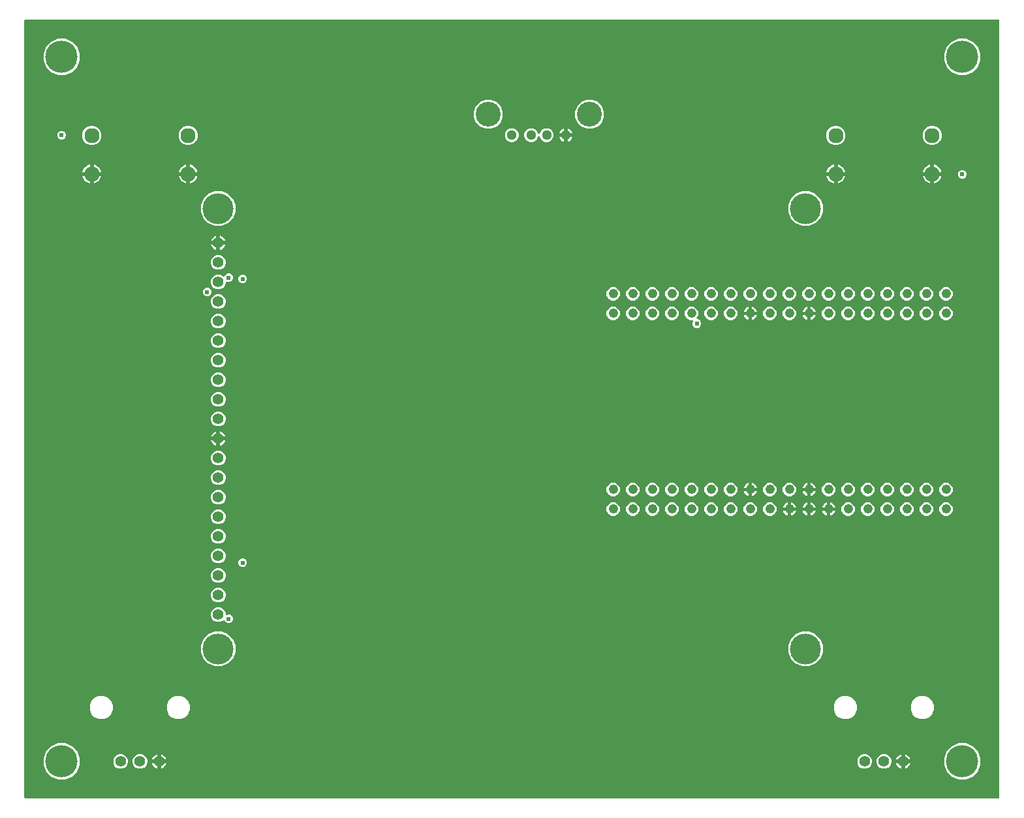
<source format=gbr>
G04 EAGLE Gerber RS-274X export*
G75*
%MOMM*%
%FSLAX34Y34*%
%LPD*%
%INCopper Layer 2*%
%IPPOS*%
%AMOC8*
5,1,8,0,0,1.08239X$1,22.5*%
G01*
%ADD10C,1.960000*%
%ADD11C,1.400000*%
%ADD12C,1.288000*%
%ADD13C,3.220000*%
%ADD14C,4.191000*%
%ADD15C,1.244600*%
%ADD16C,4.016000*%
%ADD17C,0.609600*%

G36*
X1266308Y2556D02*
X1266308Y2556D01*
X1266427Y2563D01*
X1266465Y2576D01*
X1266506Y2581D01*
X1266616Y2624D01*
X1266729Y2661D01*
X1266764Y2683D01*
X1266801Y2698D01*
X1266897Y2767D01*
X1266998Y2831D01*
X1267026Y2861D01*
X1267059Y2884D01*
X1267135Y2976D01*
X1267216Y3063D01*
X1267236Y3098D01*
X1267261Y3129D01*
X1267312Y3237D01*
X1267370Y3341D01*
X1267380Y3381D01*
X1267397Y3417D01*
X1267419Y3534D01*
X1267449Y3649D01*
X1267453Y3709D01*
X1267457Y3729D01*
X1267455Y3750D01*
X1267459Y3810D01*
X1267459Y1012190D01*
X1267444Y1012308D01*
X1267437Y1012427D01*
X1267424Y1012465D01*
X1267419Y1012506D01*
X1267376Y1012616D01*
X1267339Y1012729D01*
X1267317Y1012764D01*
X1267302Y1012801D01*
X1267233Y1012897D01*
X1267169Y1012998D01*
X1267139Y1013026D01*
X1267116Y1013059D01*
X1267024Y1013135D01*
X1266937Y1013216D01*
X1266902Y1013236D01*
X1266871Y1013261D01*
X1266763Y1013312D01*
X1266659Y1013370D01*
X1266619Y1013380D01*
X1266583Y1013397D01*
X1266466Y1013419D01*
X1266351Y1013449D01*
X1266291Y1013453D01*
X1266271Y1013457D01*
X1266250Y1013455D01*
X1266190Y1013459D01*
X3810Y1013459D01*
X3692Y1013444D01*
X3573Y1013437D01*
X3535Y1013424D01*
X3494Y1013419D01*
X3384Y1013376D01*
X3271Y1013339D01*
X3236Y1013317D01*
X3199Y1013302D01*
X3103Y1013233D01*
X3002Y1013169D01*
X2974Y1013139D01*
X2941Y1013116D01*
X2865Y1013024D01*
X2784Y1012937D01*
X2764Y1012902D01*
X2739Y1012871D01*
X2688Y1012763D01*
X2630Y1012659D01*
X2620Y1012619D01*
X2603Y1012583D01*
X2581Y1012466D01*
X2551Y1012351D01*
X2547Y1012291D01*
X2543Y1012271D01*
X2545Y1012250D01*
X2541Y1012190D01*
X2541Y3810D01*
X2556Y3692D01*
X2563Y3573D01*
X2576Y3535D01*
X2581Y3494D01*
X2624Y3384D01*
X2661Y3271D01*
X2683Y3236D01*
X2698Y3199D01*
X2767Y3103D01*
X2831Y3002D01*
X2861Y2974D01*
X2884Y2941D01*
X2976Y2865D01*
X3063Y2784D01*
X3098Y2764D01*
X3129Y2739D01*
X3237Y2688D01*
X3341Y2630D01*
X3381Y2620D01*
X3417Y2603D01*
X3534Y2581D01*
X3649Y2551D01*
X3709Y2547D01*
X3729Y2543D01*
X3750Y2545D01*
X3810Y2541D01*
X1266190Y2541D01*
X1266308Y2556D01*
G37*
%LPC*%
G36*
X1214526Y941704D02*
X1214526Y941704D01*
X1205891Y945281D01*
X1199281Y951891D01*
X1195704Y960526D01*
X1195704Y969874D01*
X1199281Y978509D01*
X1205891Y985119D01*
X1214526Y988696D01*
X1223874Y988696D01*
X1232509Y985119D01*
X1239119Y978509D01*
X1242696Y969874D01*
X1242696Y960526D01*
X1239119Y951891D01*
X1232509Y945281D01*
X1223874Y941704D01*
X1214526Y941704D01*
G37*
%LPD*%
%LPC*%
G36*
X46126Y941704D02*
X46126Y941704D01*
X37491Y945281D01*
X30881Y951891D01*
X27304Y960526D01*
X27304Y969874D01*
X30881Y978509D01*
X37491Y985119D01*
X46126Y988696D01*
X55474Y988696D01*
X64109Y985119D01*
X70719Y978509D01*
X74296Y969874D01*
X74296Y960526D01*
X70719Y951891D01*
X64109Y945281D01*
X55474Y941704D01*
X46126Y941704D01*
G37*
%LPD*%
%LPC*%
G36*
X1214526Y27304D02*
X1214526Y27304D01*
X1205891Y30881D01*
X1199281Y37491D01*
X1195704Y46126D01*
X1195704Y55474D01*
X1199281Y64109D01*
X1205891Y70719D01*
X1214526Y74296D01*
X1223874Y74296D01*
X1232509Y70719D01*
X1239119Y64109D01*
X1242696Y55474D01*
X1242696Y46126D01*
X1239119Y37491D01*
X1232509Y30881D01*
X1223874Y27304D01*
X1214526Y27304D01*
G37*
%LPD*%
%LPC*%
G36*
X46126Y27304D02*
X46126Y27304D01*
X37491Y30881D01*
X30881Y37491D01*
X27304Y46126D01*
X27304Y55474D01*
X30881Y64109D01*
X37491Y70719D01*
X46126Y74296D01*
X55474Y74296D01*
X64109Y70719D01*
X70719Y64109D01*
X74296Y55474D01*
X74296Y46126D01*
X70719Y37491D01*
X64109Y30881D01*
X55474Y27304D01*
X46126Y27304D01*
G37*
%LPD*%
%LPC*%
G36*
X249500Y174229D02*
X249500Y174229D01*
X241186Y177673D01*
X234823Y184036D01*
X231379Y192350D01*
X231379Y201350D01*
X234823Y209664D01*
X241186Y216027D01*
X249500Y219471D01*
X258500Y219471D01*
X266814Y216027D01*
X273177Y209664D01*
X276621Y201350D01*
X276621Y192350D01*
X273177Y184036D01*
X266814Y177673D01*
X258500Y174229D01*
X249500Y174229D01*
G37*
%LPD*%
%LPC*%
G36*
X1011500Y745729D02*
X1011500Y745729D01*
X1003186Y749173D01*
X996823Y755536D01*
X993379Y763850D01*
X993379Y772850D01*
X996823Y781164D01*
X1003186Y787527D01*
X1011500Y790971D01*
X1020500Y790971D01*
X1028814Y787527D01*
X1035177Y781164D01*
X1038621Y772850D01*
X1038621Y763850D01*
X1035177Y755536D01*
X1028814Y749173D01*
X1020500Y745729D01*
X1011500Y745729D01*
G37*
%LPD*%
%LPC*%
G36*
X249500Y745729D02*
X249500Y745729D01*
X241186Y749173D01*
X234823Y755536D01*
X231379Y763850D01*
X231379Y772850D01*
X234823Y781164D01*
X241186Y787527D01*
X249500Y790971D01*
X258500Y790971D01*
X266814Y787527D01*
X273177Y781164D01*
X276621Y772850D01*
X276621Y763850D01*
X273177Y755536D01*
X266814Y749173D01*
X258500Y745729D01*
X249500Y745729D01*
G37*
%LPD*%
%LPC*%
G36*
X1011500Y174229D02*
X1011500Y174229D01*
X1003186Y177673D01*
X996823Y184036D01*
X993379Y192350D01*
X993379Y201350D01*
X996823Y209664D01*
X1003186Y216027D01*
X1011500Y219471D01*
X1020500Y219471D01*
X1028814Y216027D01*
X1035177Y209664D01*
X1038621Y201350D01*
X1038621Y192350D01*
X1035177Y184036D01*
X1028814Y177673D01*
X1020500Y174229D01*
X1011500Y174229D01*
G37*
%LPD*%
%LPC*%
G36*
X731992Y872059D02*
X731992Y872059D01*
X725141Y874897D01*
X719897Y880141D01*
X717059Y886992D01*
X717059Y894408D01*
X719897Y901259D01*
X725141Y906503D01*
X731992Y909341D01*
X739408Y909341D01*
X746259Y906503D01*
X751503Y901259D01*
X754341Y894408D01*
X754341Y886992D01*
X751503Y880141D01*
X746259Y874897D01*
X739408Y872059D01*
X731992Y872059D01*
G37*
%LPD*%
%LPC*%
G36*
X600592Y872059D02*
X600592Y872059D01*
X593741Y874897D01*
X588497Y880141D01*
X585659Y886992D01*
X585659Y894408D01*
X588497Y901259D01*
X593741Y906503D01*
X600592Y909341D01*
X608008Y909341D01*
X614859Y906503D01*
X620103Y901259D01*
X622941Y894408D01*
X622941Y886992D01*
X620103Y880141D01*
X614859Y874897D01*
X608008Y872059D01*
X600592Y872059D01*
G37*
%LPD*%
%LPC*%
G36*
X1064608Y105759D02*
X1064608Y105759D01*
X1059080Y108049D01*
X1054849Y112280D01*
X1052559Y117808D01*
X1052559Y123792D01*
X1054849Y129320D01*
X1059080Y133551D01*
X1064608Y135841D01*
X1070592Y135841D01*
X1076120Y133551D01*
X1080351Y129320D01*
X1082641Y123792D01*
X1082641Y117808D01*
X1080351Y112280D01*
X1076120Y108049D01*
X1070592Y105759D01*
X1064608Y105759D01*
G37*
%LPD*%
%LPC*%
G36*
X1164608Y105759D02*
X1164608Y105759D01*
X1159080Y108049D01*
X1154849Y112280D01*
X1152559Y117808D01*
X1152559Y123792D01*
X1154849Y129320D01*
X1159080Y133551D01*
X1164608Y135841D01*
X1170592Y135841D01*
X1176120Y133551D01*
X1180351Y129320D01*
X1182641Y123792D01*
X1182641Y117808D01*
X1180351Y112280D01*
X1176120Y108049D01*
X1170592Y105759D01*
X1164608Y105759D01*
G37*
%LPD*%
%LPC*%
G36*
X99408Y105759D02*
X99408Y105759D01*
X93880Y108049D01*
X89649Y112280D01*
X87359Y117808D01*
X87359Y123792D01*
X89649Y129320D01*
X93880Y133551D01*
X99408Y135841D01*
X105392Y135841D01*
X110920Y133551D01*
X115151Y129320D01*
X117441Y123792D01*
X117441Y117808D01*
X115151Y112280D01*
X110920Y108049D01*
X105392Y105759D01*
X99408Y105759D01*
G37*
%LPD*%
%LPC*%
G36*
X199408Y105759D02*
X199408Y105759D01*
X193880Y108049D01*
X189649Y112280D01*
X187359Y117808D01*
X187359Y123792D01*
X189649Y129320D01*
X193880Y133551D01*
X199408Y135841D01*
X205392Y135841D01*
X210920Y133551D01*
X215151Y129320D01*
X217441Y123792D01*
X217441Y117808D01*
X215151Y112280D01*
X210920Y108049D01*
X205392Y105759D01*
X199408Y105759D01*
G37*
%LPD*%
%LPC*%
G36*
X658214Y854619D02*
X658214Y854619D01*
X654913Y855986D01*
X652386Y858513D01*
X651019Y861814D01*
X651019Y865386D01*
X652386Y868687D01*
X654913Y871214D01*
X658214Y872581D01*
X661786Y872581D01*
X665087Y871214D01*
X667614Y868687D01*
X668827Y865757D01*
X668896Y865636D01*
X668961Y865513D01*
X668975Y865498D01*
X668985Y865480D01*
X669082Y865380D01*
X669175Y865278D01*
X669192Y865266D01*
X669206Y865252D01*
X669324Y865179D01*
X669441Y865103D01*
X669460Y865096D01*
X669477Y865086D01*
X669610Y865045D01*
X669742Y865000D01*
X669762Y864998D01*
X669781Y864992D01*
X669920Y864985D01*
X670059Y864974D01*
X670079Y864978D01*
X670099Y864977D01*
X670235Y865005D01*
X670372Y865029D01*
X670391Y865037D01*
X670410Y865041D01*
X670535Y865102D01*
X670662Y865159D01*
X670678Y865172D01*
X670696Y865181D01*
X670802Y865271D01*
X670910Y865358D01*
X670923Y865374D01*
X670938Y865387D01*
X671018Y865501D01*
X671102Y865612D01*
X671114Y865637D01*
X671121Y865647D01*
X671128Y865667D01*
X671173Y865757D01*
X672386Y868687D01*
X674913Y871214D01*
X678214Y872581D01*
X681786Y872581D01*
X685087Y871214D01*
X687614Y868687D01*
X688981Y865386D01*
X688981Y861814D01*
X687614Y858513D01*
X685087Y855986D01*
X681786Y854619D01*
X678214Y854619D01*
X674913Y855986D01*
X672386Y858513D01*
X671173Y861443D01*
X671104Y861564D01*
X671039Y861687D01*
X671025Y861702D01*
X671015Y861720D01*
X670918Y861820D01*
X670825Y861922D01*
X670808Y861933D01*
X670794Y861948D01*
X670675Y862021D01*
X670559Y862097D01*
X670540Y862104D01*
X670523Y862114D01*
X670390Y862155D01*
X670258Y862200D01*
X670238Y862202D01*
X670219Y862208D01*
X670080Y862215D01*
X669941Y862226D01*
X669921Y862222D01*
X669901Y862223D01*
X669765Y862195D01*
X669628Y862171D01*
X669609Y862163D01*
X669590Y862159D01*
X669464Y862097D01*
X669338Y862041D01*
X669322Y862028D01*
X669304Y862019D01*
X669198Y861929D01*
X669090Y861842D01*
X669077Y861826D01*
X669062Y861813D01*
X668982Y861699D01*
X668898Y861588D01*
X668886Y861563D01*
X668879Y861553D01*
X668872Y861533D01*
X668827Y861443D01*
X667614Y858513D01*
X665087Y855986D01*
X661786Y854619D01*
X658214Y854619D01*
G37*
%LPD*%
%LPC*%
G36*
X1052645Y850859D02*
X1052645Y850859D01*
X1048110Y852738D01*
X1044638Y856210D01*
X1042759Y860745D01*
X1042759Y865655D01*
X1044638Y870190D01*
X1048110Y873662D01*
X1052645Y875541D01*
X1057555Y875541D01*
X1062090Y873662D01*
X1065562Y870190D01*
X1067441Y865655D01*
X1067441Y860745D01*
X1065562Y856210D01*
X1062090Y852738D01*
X1057555Y850859D01*
X1052645Y850859D01*
G37*
%LPD*%
%LPC*%
G36*
X1177645Y850859D02*
X1177645Y850859D01*
X1173110Y852738D01*
X1169638Y856210D01*
X1167759Y860745D01*
X1167759Y865655D01*
X1169638Y870190D01*
X1173110Y873662D01*
X1177645Y875541D01*
X1182555Y875541D01*
X1187090Y873662D01*
X1190562Y870190D01*
X1192441Y865655D01*
X1192441Y860745D01*
X1190562Y856210D01*
X1187090Y852738D01*
X1182555Y850859D01*
X1177645Y850859D01*
G37*
%LPD*%
%LPC*%
G36*
X87445Y850859D02*
X87445Y850859D01*
X82910Y852738D01*
X79438Y856210D01*
X77559Y860745D01*
X77559Y865655D01*
X79438Y870190D01*
X82910Y873662D01*
X87445Y875541D01*
X92355Y875541D01*
X96890Y873662D01*
X100362Y870190D01*
X102241Y865655D01*
X102241Y860745D01*
X100362Y856210D01*
X96890Y852738D01*
X92355Y850859D01*
X87445Y850859D01*
G37*
%LPD*%
%LPC*%
G36*
X212445Y850859D02*
X212445Y850859D01*
X207910Y852738D01*
X204438Y856210D01*
X202559Y860745D01*
X202559Y865655D01*
X204438Y870190D01*
X207910Y873662D01*
X212445Y875541D01*
X217355Y875541D01*
X221890Y873662D01*
X225362Y870190D01*
X227241Y865655D01*
X227241Y860745D01*
X225362Y856210D01*
X221890Y852738D01*
X217355Y850859D01*
X212445Y850859D01*
G37*
%LPD*%
%LPC*%
G36*
X266350Y230135D02*
X266350Y230135D01*
X264296Y230986D01*
X262724Y232558D01*
X262287Y233613D01*
X262263Y233656D01*
X262246Y233703D01*
X262184Y233794D01*
X262130Y233889D01*
X262095Y233925D01*
X262067Y233966D01*
X261985Y234038D01*
X261908Y234117D01*
X261866Y234143D01*
X261829Y234176D01*
X261731Y234226D01*
X261637Y234284D01*
X261590Y234298D01*
X261546Y234321D01*
X261438Y234345D01*
X261333Y234377D01*
X261284Y234380D01*
X261235Y234391D01*
X261126Y234387D01*
X261016Y234392D01*
X260967Y234382D01*
X260917Y234381D01*
X260812Y234350D01*
X260704Y234328D01*
X260660Y234306D01*
X260612Y234292D01*
X260517Y234237D01*
X260419Y234188D01*
X260381Y234156D01*
X260338Y234131D01*
X260217Y234024D01*
X259404Y233212D01*
X255898Y231759D01*
X252102Y231759D01*
X248596Y233212D01*
X245912Y235896D01*
X244459Y239402D01*
X244459Y243198D01*
X245912Y246704D01*
X248596Y249388D01*
X252102Y250841D01*
X255898Y250841D01*
X259404Y249388D01*
X262088Y246704D01*
X263541Y243198D01*
X263541Y242048D01*
X263547Y241999D01*
X263545Y241949D01*
X263567Y241842D01*
X263581Y241733D01*
X263599Y241687D01*
X263609Y241638D01*
X263657Y241539D01*
X263698Y241437D01*
X263727Y241397D01*
X263749Y241352D01*
X263820Y241269D01*
X263884Y241180D01*
X263923Y241148D01*
X263955Y241110D01*
X264045Y241047D01*
X264129Y240977D01*
X264174Y240956D01*
X264215Y240927D01*
X264318Y240888D01*
X264417Y240841D01*
X264466Y240832D01*
X264512Y240814D01*
X264622Y240802D01*
X264729Y240782D01*
X264779Y240785D01*
X264828Y240779D01*
X264937Y240795D01*
X265047Y240801D01*
X265094Y240817D01*
X265143Y240824D01*
X265296Y240876D01*
X266350Y241313D01*
X268574Y241313D01*
X270628Y240462D01*
X272200Y238890D01*
X273051Y236836D01*
X273051Y234612D01*
X272200Y232558D01*
X270628Y230986D01*
X268574Y230135D01*
X266350Y230135D01*
G37*
%LPD*%
%LPC*%
G36*
X252102Y663559D02*
X252102Y663559D01*
X248596Y665012D01*
X245912Y667696D01*
X244459Y671202D01*
X244459Y674998D01*
X245912Y678504D01*
X248596Y681188D01*
X252102Y682641D01*
X255898Y682641D01*
X259404Y681188D01*
X260217Y680376D01*
X260256Y680345D01*
X260290Y680308D01*
X260382Y680248D01*
X260468Y680181D01*
X260514Y680161D01*
X260556Y680134D01*
X260659Y680098D01*
X260760Y680054D01*
X260809Y680046D01*
X260856Y680030D01*
X260966Y680022D01*
X261074Y680004D01*
X261124Y680009D01*
X261173Y680005D01*
X261282Y680024D01*
X261391Y680034D01*
X261438Y680051D01*
X261487Y680059D01*
X261587Y680105D01*
X261690Y680142D01*
X261731Y680170D01*
X261777Y680190D01*
X261862Y680259D01*
X261953Y680320D01*
X261986Y680358D01*
X262025Y680389D01*
X262091Y680477D01*
X262164Y680559D01*
X262186Y680603D01*
X262216Y680643D01*
X262287Y680787D01*
X262724Y681842D01*
X264296Y683414D01*
X266350Y684265D01*
X268574Y684265D01*
X270628Y683414D01*
X272200Y681842D01*
X273051Y679788D01*
X273051Y677564D01*
X272200Y675510D01*
X270628Y673938D01*
X268574Y673087D01*
X266350Y673087D01*
X265296Y673524D01*
X265248Y673537D01*
X265203Y673559D01*
X265095Y673579D01*
X264989Y673608D01*
X264939Y673609D01*
X264890Y673618D01*
X264781Y673612D01*
X264671Y673613D01*
X264623Y673602D01*
X264573Y673599D01*
X264469Y673565D01*
X264362Y673539D01*
X264318Y673516D01*
X264271Y673501D01*
X264178Y673442D01*
X264081Y673390D01*
X264044Y673357D01*
X264002Y673330D01*
X263927Y673250D01*
X263845Y673177D01*
X263818Y673135D01*
X263784Y673099D01*
X263731Y673003D01*
X263671Y672911D01*
X263654Y672864D01*
X263630Y672820D01*
X263603Y672714D01*
X263567Y672610D01*
X263563Y672560D01*
X263551Y672512D01*
X263541Y672352D01*
X263541Y671202D01*
X262088Y667696D01*
X259404Y665012D01*
X255898Y663559D01*
X252102Y663559D01*
G37*
%LPD*%
%LPC*%
G36*
X873873Y613491D02*
X873873Y613491D01*
X871819Y614342D01*
X870247Y615914D01*
X869396Y617968D01*
X869396Y620192D01*
X870013Y621681D01*
X870026Y621729D01*
X870048Y621774D01*
X870068Y621882D01*
X870097Y621988D01*
X870098Y622038D01*
X870107Y622087D01*
X870101Y622196D01*
X870102Y622306D01*
X870091Y622354D01*
X870088Y622404D01*
X870054Y622508D01*
X870028Y622615D01*
X870005Y622659D01*
X869990Y622706D01*
X869931Y622799D01*
X869879Y622896D01*
X869846Y622933D01*
X869819Y622975D01*
X869739Y623050D01*
X869666Y623132D01*
X869624Y623159D01*
X869588Y623193D01*
X869492Y623246D01*
X869400Y623306D01*
X869353Y623323D01*
X869309Y623347D01*
X869203Y623374D01*
X869099Y623410D01*
X869049Y623414D01*
X869001Y623426D01*
X868841Y623436D01*
X866257Y623436D01*
X863036Y624770D01*
X860570Y627236D01*
X859236Y630457D01*
X859236Y633943D01*
X860570Y637164D01*
X863036Y639630D01*
X866257Y640964D01*
X869743Y640964D01*
X872964Y639630D01*
X875430Y637164D01*
X876764Y633943D01*
X876764Y630457D01*
X875430Y627236D01*
X875029Y626836D01*
X874944Y626726D01*
X874855Y626619D01*
X874847Y626600D01*
X874834Y626584D01*
X874779Y626456D01*
X874720Y626331D01*
X874716Y626311D01*
X874708Y626292D01*
X874686Y626154D01*
X874660Y626018D01*
X874661Y625998D01*
X874658Y625978D01*
X874671Y625839D01*
X874680Y625701D01*
X874686Y625682D01*
X874688Y625662D01*
X874735Y625531D01*
X874778Y625399D01*
X874789Y625381D01*
X874796Y625362D01*
X874873Y625248D01*
X874948Y625130D01*
X874963Y625116D01*
X874974Y625099D01*
X875078Y625007D01*
X875180Y624912D01*
X875197Y624902D01*
X875213Y624889D01*
X875336Y624826D01*
X875458Y624758D01*
X875478Y624753D01*
X875496Y624744D01*
X875632Y624714D01*
X875766Y624679D01*
X875794Y624677D01*
X875806Y624674D01*
X875827Y624675D01*
X875927Y624669D01*
X876097Y624669D01*
X878151Y623818D01*
X879723Y622246D01*
X880574Y620192D01*
X880574Y617968D01*
X879723Y615914D01*
X878151Y614342D01*
X876097Y613491D01*
X873873Y613491D01*
G37*
%LPD*%
%LPC*%
G36*
X252102Y536559D02*
X252102Y536559D01*
X248596Y538012D01*
X245912Y540696D01*
X244459Y544202D01*
X244459Y547998D01*
X245912Y551504D01*
X248596Y554188D01*
X252102Y555641D01*
X255898Y555641D01*
X259404Y554188D01*
X262088Y551504D01*
X263541Y547998D01*
X263541Y544202D01*
X262088Y540696D01*
X259404Y538012D01*
X255898Y536559D01*
X252102Y536559D01*
G37*
%LPD*%
%LPC*%
G36*
X252102Y561959D02*
X252102Y561959D01*
X248596Y563412D01*
X245912Y566096D01*
X244459Y569602D01*
X244459Y573398D01*
X245912Y576904D01*
X248596Y579588D01*
X252102Y581041D01*
X255898Y581041D01*
X259404Y579588D01*
X262088Y576904D01*
X263541Y573398D01*
X263541Y569602D01*
X262088Y566096D01*
X259404Y563412D01*
X255898Y561959D01*
X252102Y561959D01*
G37*
%LPD*%
%LPC*%
G36*
X252102Y587359D02*
X252102Y587359D01*
X248596Y588812D01*
X245912Y591496D01*
X244459Y595002D01*
X244459Y598798D01*
X245912Y602304D01*
X248596Y604988D01*
X252102Y606441D01*
X255898Y606441D01*
X259404Y604988D01*
X262088Y602304D01*
X263541Y598798D01*
X263541Y595002D01*
X262088Y591496D01*
X259404Y588812D01*
X255898Y587359D01*
X252102Y587359D01*
G37*
%LPD*%
%LPC*%
G36*
X252102Y511159D02*
X252102Y511159D01*
X248596Y512612D01*
X245912Y515296D01*
X244459Y518802D01*
X244459Y522598D01*
X245912Y526104D01*
X248596Y528788D01*
X252102Y530241D01*
X255898Y530241D01*
X259404Y528788D01*
X262088Y526104D01*
X263541Y522598D01*
X263541Y518802D01*
X262088Y515296D01*
X259404Y512612D01*
X255898Y511159D01*
X252102Y511159D01*
G37*
%LPD*%
%LPC*%
G36*
X125502Y41259D02*
X125502Y41259D01*
X121996Y42712D01*
X119312Y45396D01*
X117859Y48902D01*
X117859Y52698D01*
X119312Y56204D01*
X121996Y58888D01*
X125502Y60341D01*
X129298Y60341D01*
X132804Y58888D01*
X135488Y56204D01*
X136941Y52698D01*
X136941Y48902D01*
X135488Y45396D01*
X132804Y42712D01*
X129298Y41259D01*
X125502Y41259D01*
G37*
%LPD*%
%LPC*%
G36*
X150502Y41259D02*
X150502Y41259D01*
X146996Y42712D01*
X144312Y45396D01*
X142859Y48902D01*
X142859Y52698D01*
X144312Y56204D01*
X146996Y58888D01*
X150502Y60341D01*
X154298Y60341D01*
X157804Y58888D01*
X160488Y56204D01*
X161941Y52698D01*
X161941Y48902D01*
X160488Y45396D01*
X157804Y42712D01*
X154298Y41259D01*
X150502Y41259D01*
G37*
%LPD*%
%LPC*%
G36*
X252102Y485759D02*
X252102Y485759D01*
X248596Y487212D01*
X245912Y489896D01*
X244459Y493402D01*
X244459Y497198D01*
X245912Y500704D01*
X248596Y503388D01*
X252102Y504841D01*
X255898Y504841D01*
X259404Y503388D01*
X262088Y500704D01*
X263541Y497198D01*
X263541Y493402D01*
X262088Y489896D01*
X259404Y487212D01*
X255898Y485759D01*
X252102Y485759D01*
G37*
%LPD*%
%LPC*%
G36*
X252102Y434959D02*
X252102Y434959D01*
X248596Y436412D01*
X245912Y439096D01*
X244459Y442602D01*
X244459Y446398D01*
X245912Y449904D01*
X248596Y452588D01*
X252102Y454041D01*
X255898Y454041D01*
X259404Y452588D01*
X262088Y449904D01*
X263541Y446398D01*
X263541Y442602D01*
X262088Y439096D01*
X259404Y436412D01*
X255898Y434959D01*
X252102Y434959D01*
G37*
%LPD*%
%LPC*%
G36*
X252102Y409559D02*
X252102Y409559D01*
X248596Y411012D01*
X245912Y413696D01*
X244459Y417202D01*
X244459Y420998D01*
X245912Y424504D01*
X248596Y427188D01*
X252102Y428641D01*
X255898Y428641D01*
X259404Y427188D01*
X262088Y424504D01*
X263541Y420998D01*
X263541Y417202D01*
X262088Y413696D01*
X259404Y411012D01*
X255898Y409559D01*
X252102Y409559D01*
G37*
%LPD*%
%LPC*%
G36*
X252102Y612759D02*
X252102Y612759D01*
X248596Y614212D01*
X245912Y616896D01*
X244459Y620402D01*
X244459Y624198D01*
X245912Y627704D01*
X248596Y630388D01*
X252102Y631841D01*
X255898Y631841D01*
X259404Y630388D01*
X262088Y627704D01*
X263541Y624198D01*
X263541Y620402D01*
X262088Y616896D01*
X259404Y614212D01*
X255898Y612759D01*
X252102Y612759D01*
G37*
%LPD*%
%LPC*%
G36*
X252102Y257159D02*
X252102Y257159D01*
X248596Y258612D01*
X245912Y261296D01*
X244459Y264802D01*
X244459Y268598D01*
X245912Y272104D01*
X248596Y274788D01*
X252102Y276241D01*
X255898Y276241D01*
X259404Y274788D01*
X262088Y272104D01*
X263541Y268598D01*
X263541Y264802D01*
X262088Y261296D01*
X259404Y258612D01*
X255898Y257159D01*
X252102Y257159D01*
G37*
%LPD*%
%LPC*%
G36*
X252102Y282559D02*
X252102Y282559D01*
X248596Y284012D01*
X245912Y286696D01*
X244459Y290202D01*
X244459Y293998D01*
X245912Y297504D01*
X248596Y300188D01*
X252102Y301641D01*
X255898Y301641D01*
X259404Y300188D01*
X262088Y297504D01*
X263541Y293998D01*
X263541Y290202D01*
X262088Y286696D01*
X259404Y284012D01*
X255898Y282559D01*
X252102Y282559D01*
G37*
%LPD*%
%LPC*%
G36*
X252102Y384159D02*
X252102Y384159D01*
X248596Y385612D01*
X245912Y388296D01*
X244459Y391802D01*
X244459Y395598D01*
X245912Y399104D01*
X248596Y401788D01*
X252102Y403241D01*
X255898Y403241D01*
X259404Y401788D01*
X262088Y399104D01*
X263541Y395598D01*
X263541Y391802D01*
X262088Y388296D01*
X259404Y385612D01*
X255898Y384159D01*
X252102Y384159D01*
G37*
%LPD*%
%LPC*%
G36*
X1115702Y41259D02*
X1115702Y41259D01*
X1112196Y42712D01*
X1109512Y45396D01*
X1108059Y48902D01*
X1108059Y52698D01*
X1109512Y56204D01*
X1112196Y58888D01*
X1115702Y60341D01*
X1119498Y60341D01*
X1123004Y58888D01*
X1125688Y56204D01*
X1127141Y52698D01*
X1127141Y48902D01*
X1125688Y45396D01*
X1123004Y42712D01*
X1119498Y41259D01*
X1115702Y41259D01*
G37*
%LPD*%
%LPC*%
G36*
X252102Y307959D02*
X252102Y307959D01*
X248596Y309412D01*
X245912Y312096D01*
X244459Y315602D01*
X244459Y319398D01*
X245912Y322904D01*
X248596Y325588D01*
X252102Y327041D01*
X255898Y327041D01*
X259404Y325588D01*
X262088Y322904D01*
X263541Y319398D01*
X263541Y315602D01*
X262088Y312096D01*
X259404Y309412D01*
X255898Y307959D01*
X252102Y307959D01*
G37*
%LPD*%
%LPC*%
G36*
X252102Y333359D02*
X252102Y333359D01*
X248596Y334812D01*
X245912Y337496D01*
X244459Y341002D01*
X244459Y344798D01*
X245912Y348304D01*
X248596Y350988D01*
X252102Y352441D01*
X255898Y352441D01*
X259404Y350988D01*
X262088Y348304D01*
X263541Y344798D01*
X263541Y341002D01*
X262088Y337496D01*
X259404Y334812D01*
X255898Y333359D01*
X252102Y333359D01*
G37*
%LPD*%
%LPC*%
G36*
X252102Y358759D02*
X252102Y358759D01*
X248596Y360212D01*
X245912Y362896D01*
X244459Y366402D01*
X244459Y370198D01*
X245912Y373704D01*
X248596Y376388D01*
X252102Y377841D01*
X255898Y377841D01*
X259404Y376388D01*
X262088Y373704D01*
X263541Y370198D01*
X263541Y366402D01*
X262088Y362896D01*
X259404Y360212D01*
X255898Y358759D01*
X252102Y358759D01*
G37*
%LPD*%
%LPC*%
G36*
X252102Y638159D02*
X252102Y638159D01*
X248596Y639612D01*
X245912Y642296D01*
X244459Y645802D01*
X244459Y649598D01*
X245912Y653104D01*
X248596Y655788D01*
X252102Y657241D01*
X255898Y657241D01*
X259404Y655788D01*
X262088Y653104D01*
X263541Y649598D01*
X263541Y645802D01*
X262088Y642296D01*
X259404Y639612D01*
X255898Y638159D01*
X252102Y638159D01*
G37*
%LPD*%
%LPC*%
G36*
X252102Y688959D02*
X252102Y688959D01*
X248596Y690412D01*
X245912Y693096D01*
X244459Y696602D01*
X244459Y700398D01*
X245912Y703904D01*
X248596Y706588D01*
X252102Y708041D01*
X255898Y708041D01*
X259404Y706588D01*
X262088Y703904D01*
X263541Y700398D01*
X263541Y696602D01*
X262088Y693096D01*
X259404Y690412D01*
X255898Y688959D01*
X252102Y688959D01*
G37*
%LPD*%
%LPC*%
G36*
X1090702Y41259D02*
X1090702Y41259D01*
X1087196Y42712D01*
X1084512Y45396D01*
X1083059Y48902D01*
X1083059Y52698D01*
X1084512Y56204D01*
X1087196Y58888D01*
X1090702Y60341D01*
X1094498Y60341D01*
X1098004Y58888D01*
X1100688Y56204D01*
X1102141Y52698D01*
X1102141Y48902D01*
X1100688Y45396D01*
X1098004Y42712D01*
X1094498Y41259D01*
X1090702Y41259D01*
G37*
%LPD*%
%LPC*%
G36*
X633214Y854619D02*
X633214Y854619D01*
X629913Y855986D01*
X627386Y858513D01*
X626019Y861814D01*
X626019Y865386D01*
X627386Y868687D01*
X629913Y871214D01*
X633214Y872581D01*
X636786Y872581D01*
X640087Y871214D01*
X642614Y868687D01*
X643981Y865386D01*
X643981Y861814D01*
X642614Y858513D01*
X640087Y855986D01*
X636786Y854619D01*
X633214Y854619D01*
G37*
%LPD*%
%LPC*%
G36*
X1094857Y623436D02*
X1094857Y623436D01*
X1091636Y624770D01*
X1089170Y627236D01*
X1087836Y630457D01*
X1087836Y633943D01*
X1089170Y637164D01*
X1091636Y639630D01*
X1094857Y640964D01*
X1098343Y640964D01*
X1101564Y639630D01*
X1104030Y637164D01*
X1105364Y633943D01*
X1105364Y630457D01*
X1104030Y627236D01*
X1101564Y624770D01*
X1098343Y623436D01*
X1094857Y623436D01*
G37*
%LPD*%
%LPC*%
G36*
X790057Y369436D02*
X790057Y369436D01*
X786836Y370770D01*
X784370Y373236D01*
X783036Y376457D01*
X783036Y379943D01*
X784370Y383164D01*
X786836Y385630D01*
X790057Y386964D01*
X793543Y386964D01*
X796764Y385630D01*
X799230Y383164D01*
X800564Y379943D01*
X800564Y376457D01*
X799230Y373236D01*
X796764Y370770D01*
X793543Y369436D01*
X790057Y369436D01*
G37*
%LPD*%
%LPC*%
G36*
X840857Y648836D02*
X840857Y648836D01*
X837636Y650170D01*
X835170Y652636D01*
X833836Y655857D01*
X833836Y659343D01*
X835170Y662564D01*
X837636Y665030D01*
X840857Y666364D01*
X844343Y666364D01*
X847564Y665030D01*
X850030Y662564D01*
X851364Y659343D01*
X851364Y655857D01*
X850030Y652636D01*
X847564Y650170D01*
X844343Y648836D01*
X840857Y648836D01*
G37*
%LPD*%
%LPC*%
G36*
X815457Y648836D02*
X815457Y648836D01*
X812236Y650170D01*
X809770Y652636D01*
X808436Y655857D01*
X808436Y659343D01*
X809770Y662564D01*
X812236Y665030D01*
X815457Y666364D01*
X818943Y666364D01*
X822164Y665030D01*
X824630Y662564D01*
X825964Y659343D01*
X825964Y655857D01*
X824630Y652636D01*
X822164Y650170D01*
X818943Y648836D01*
X815457Y648836D01*
G37*
%LPD*%
%LPC*%
G36*
X1196457Y648836D02*
X1196457Y648836D01*
X1193236Y650170D01*
X1190770Y652636D01*
X1189436Y655857D01*
X1189436Y659343D01*
X1190770Y662564D01*
X1193236Y665030D01*
X1196457Y666364D01*
X1199943Y666364D01*
X1203164Y665030D01*
X1205630Y662564D01*
X1206964Y659343D01*
X1206964Y655857D01*
X1205630Y652636D01*
X1203164Y650170D01*
X1199943Y648836D01*
X1196457Y648836D01*
G37*
%LPD*%
%LPC*%
G36*
X1171057Y648836D02*
X1171057Y648836D01*
X1167836Y650170D01*
X1165370Y652636D01*
X1164036Y655857D01*
X1164036Y659343D01*
X1165370Y662564D01*
X1167836Y665030D01*
X1171057Y666364D01*
X1174543Y666364D01*
X1177764Y665030D01*
X1180230Y662564D01*
X1181564Y659343D01*
X1181564Y655857D01*
X1180230Y652636D01*
X1177764Y650170D01*
X1174543Y648836D01*
X1171057Y648836D01*
G37*
%LPD*%
%LPC*%
G36*
X1145657Y648836D02*
X1145657Y648836D01*
X1142436Y650170D01*
X1139970Y652636D01*
X1138636Y655857D01*
X1138636Y659343D01*
X1139970Y662564D01*
X1142436Y665030D01*
X1145657Y666364D01*
X1149143Y666364D01*
X1152364Y665030D01*
X1154830Y662564D01*
X1156164Y659343D01*
X1156164Y655857D01*
X1154830Y652636D01*
X1152364Y650170D01*
X1149143Y648836D01*
X1145657Y648836D01*
G37*
%LPD*%
%LPC*%
G36*
X1120257Y648836D02*
X1120257Y648836D01*
X1117036Y650170D01*
X1114570Y652636D01*
X1113236Y655857D01*
X1113236Y659343D01*
X1114570Y662564D01*
X1117036Y665030D01*
X1120257Y666364D01*
X1123743Y666364D01*
X1126964Y665030D01*
X1129430Y662564D01*
X1130764Y659343D01*
X1130764Y655857D01*
X1129430Y652636D01*
X1126964Y650170D01*
X1123743Y648836D01*
X1120257Y648836D01*
G37*
%LPD*%
%LPC*%
G36*
X1094857Y648836D02*
X1094857Y648836D01*
X1091636Y650170D01*
X1089170Y652636D01*
X1087836Y655857D01*
X1087836Y659343D01*
X1089170Y662564D01*
X1091636Y665030D01*
X1094857Y666364D01*
X1098343Y666364D01*
X1101564Y665030D01*
X1104030Y662564D01*
X1105364Y659343D01*
X1105364Y655857D01*
X1104030Y652636D01*
X1101564Y650170D01*
X1098343Y648836D01*
X1094857Y648836D01*
G37*
%LPD*%
%LPC*%
G36*
X1069457Y648836D02*
X1069457Y648836D01*
X1066236Y650170D01*
X1063770Y652636D01*
X1062436Y655857D01*
X1062436Y659343D01*
X1063770Y662564D01*
X1066236Y665030D01*
X1069457Y666364D01*
X1072943Y666364D01*
X1076164Y665030D01*
X1078630Y662564D01*
X1079964Y659343D01*
X1079964Y655857D01*
X1078630Y652636D01*
X1076164Y650170D01*
X1072943Y648836D01*
X1069457Y648836D01*
G37*
%LPD*%
%LPC*%
G36*
X1044057Y648836D02*
X1044057Y648836D01*
X1040836Y650170D01*
X1038370Y652636D01*
X1037036Y655857D01*
X1037036Y659343D01*
X1038370Y662564D01*
X1040836Y665030D01*
X1044057Y666364D01*
X1047543Y666364D01*
X1050764Y665030D01*
X1053230Y662564D01*
X1054564Y659343D01*
X1054564Y655857D01*
X1053230Y652636D01*
X1050764Y650170D01*
X1047543Y648836D01*
X1044057Y648836D01*
G37*
%LPD*%
%LPC*%
G36*
X1018657Y648836D02*
X1018657Y648836D01*
X1015436Y650170D01*
X1012970Y652636D01*
X1011636Y655857D01*
X1011636Y659343D01*
X1012970Y662564D01*
X1015436Y665030D01*
X1018657Y666364D01*
X1022143Y666364D01*
X1025364Y665030D01*
X1027830Y662564D01*
X1029164Y659343D01*
X1029164Y655857D01*
X1027830Y652636D01*
X1025364Y650170D01*
X1022143Y648836D01*
X1018657Y648836D01*
G37*
%LPD*%
%LPC*%
G36*
X993257Y648836D02*
X993257Y648836D01*
X990036Y650170D01*
X987570Y652636D01*
X986236Y655857D01*
X986236Y659343D01*
X987570Y662564D01*
X990036Y665030D01*
X993257Y666364D01*
X996743Y666364D01*
X999964Y665030D01*
X1002430Y662564D01*
X1003764Y659343D01*
X1003764Y655857D01*
X1002430Y652636D01*
X999964Y650170D01*
X996743Y648836D01*
X993257Y648836D01*
G37*
%LPD*%
%LPC*%
G36*
X967857Y648836D02*
X967857Y648836D01*
X964636Y650170D01*
X962170Y652636D01*
X960836Y655857D01*
X960836Y659343D01*
X962170Y662564D01*
X964636Y665030D01*
X967857Y666364D01*
X971343Y666364D01*
X974564Y665030D01*
X977030Y662564D01*
X978364Y659343D01*
X978364Y655857D01*
X977030Y652636D01*
X974564Y650170D01*
X971343Y648836D01*
X967857Y648836D01*
G37*
%LPD*%
%LPC*%
G36*
X942457Y648836D02*
X942457Y648836D01*
X939236Y650170D01*
X936770Y652636D01*
X935436Y655857D01*
X935436Y659343D01*
X936770Y662564D01*
X939236Y665030D01*
X942457Y666364D01*
X945943Y666364D01*
X949164Y665030D01*
X951630Y662564D01*
X952964Y659343D01*
X952964Y655857D01*
X951630Y652636D01*
X949164Y650170D01*
X945943Y648836D01*
X942457Y648836D01*
G37*
%LPD*%
%LPC*%
G36*
X917057Y648836D02*
X917057Y648836D01*
X913836Y650170D01*
X911370Y652636D01*
X910036Y655857D01*
X910036Y659343D01*
X911370Y662564D01*
X913836Y665030D01*
X917057Y666364D01*
X920543Y666364D01*
X923764Y665030D01*
X926230Y662564D01*
X927564Y659343D01*
X927564Y655857D01*
X926230Y652636D01*
X923764Y650170D01*
X920543Y648836D01*
X917057Y648836D01*
G37*
%LPD*%
%LPC*%
G36*
X891657Y648836D02*
X891657Y648836D01*
X888436Y650170D01*
X885970Y652636D01*
X884636Y655857D01*
X884636Y659343D01*
X885970Y662564D01*
X888436Y665030D01*
X891657Y666364D01*
X895143Y666364D01*
X898364Y665030D01*
X900830Y662564D01*
X902164Y659343D01*
X902164Y655857D01*
X900830Y652636D01*
X898364Y650170D01*
X895143Y648836D01*
X891657Y648836D01*
G37*
%LPD*%
%LPC*%
G36*
X866257Y648836D02*
X866257Y648836D01*
X863036Y650170D01*
X860570Y652636D01*
X859236Y655857D01*
X859236Y659343D01*
X860570Y662564D01*
X863036Y665030D01*
X866257Y666364D01*
X869743Y666364D01*
X872964Y665030D01*
X875430Y662564D01*
X876764Y659343D01*
X876764Y655857D01*
X875430Y652636D01*
X872964Y650170D01*
X869743Y648836D01*
X866257Y648836D01*
G37*
%LPD*%
%LPC*%
G36*
X790057Y648836D02*
X790057Y648836D01*
X786836Y650170D01*
X784370Y652636D01*
X783036Y655857D01*
X783036Y659343D01*
X784370Y662564D01*
X786836Y665030D01*
X790057Y666364D01*
X793543Y666364D01*
X796764Y665030D01*
X799230Y662564D01*
X800564Y659343D01*
X800564Y655857D01*
X799230Y652636D01*
X796764Y650170D01*
X793543Y648836D01*
X790057Y648836D01*
G37*
%LPD*%
%LPC*%
G36*
X764657Y648836D02*
X764657Y648836D01*
X761436Y650170D01*
X758970Y652636D01*
X757636Y655857D01*
X757636Y659343D01*
X758970Y662564D01*
X761436Y665030D01*
X764657Y666364D01*
X768143Y666364D01*
X771364Y665030D01*
X773830Y662564D01*
X775164Y659343D01*
X775164Y655857D01*
X773830Y652636D01*
X771364Y650170D01*
X768143Y648836D01*
X764657Y648836D01*
G37*
%LPD*%
%LPC*%
G36*
X815457Y369436D02*
X815457Y369436D01*
X812236Y370770D01*
X809770Y373236D01*
X808436Y376457D01*
X808436Y379943D01*
X809770Y383164D01*
X812236Y385630D01*
X815457Y386964D01*
X818943Y386964D01*
X822164Y385630D01*
X824630Y383164D01*
X825964Y379943D01*
X825964Y376457D01*
X824630Y373236D01*
X822164Y370770D01*
X818943Y369436D01*
X815457Y369436D01*
G37*
%LPD*%
%LPC*%
G36*
X840857Y369436D02*
X840857Y369436D01*
X837636Y370770D01*
X835170Y373236D01*
X833836Y376457D01*
X833836Y379943D01*
X835170Y383164D01*
X837636Y385630D01*
X840857Y386964D01*
X844343Y386964D01*
X847564Y385630D01*
X850030Y383164D01*
X851364Y379943D01*
X851364Y376457D01*
X850030Y373236D01*
X847564Y370770D01*
X844343Y369436D01*
X840857Y369436D01*
G37*
%LPD*%
%LPC*%
G36*
X1196457Y623436D02*
X1196457Y623436D01*
X1193236Y624770D01*
X1190770Y627236D01*
X1189436Y630457D01*
X1189436Y633943D01*
X1190770Y637164D01*
X1193236Y639630D01*
X1196457Y640964D01*
X1199943Y640964D01*
X1203164Y639630D01*
X1205630Y637164D01*
X1206964Y633943D01*
X1206964Y630457D01*
X1205630Y627236D01*
X1203164Y624770D01*
X1199943Y623436D01*
X1196457Y623436D01*
G37*
%LPD*%
%LPC*%
G36*
X1171057Y623436D02*
X1171057Y623436D01*
X1167836Y624770D01*
X1165370Y627236D01*
X1164036Y630457D01*
X1164036Y633943D01*
X1165370Y637164D01*
X1167836Y639630D01*
X1171057Y640964D01*
X1174543Y640964D01*
X1177764Y639630D01*
X1180230Y637164D01*
X1181564Y633943D01*
X1181564Y630457D01*
X1180230Y627236D01*
X1177764Y624770D01*
X1174543Y623436D01*
X1171057Y623436D01*
G37*
%LPD*%
%LPC*%
G36*
X1145657Y623436D02*
X1145657Y623436D01*
X1142436Y624770D01*
X1139970Y627236D01*
X1138636Y630457D01*
X1138636Y633943D01*
X1139970Y637164D01*
X1142436Y639630D01*
X1145657Y640964D01*
X1149143Y640964D01*
X1152364Y639630D01*
X1154830Y637164D01*
X1156164Y633943D01*
X1156164Y630457D01*
X1154830Y627236D01*
X1152364Y624770D01*
X1149143Y623436D01*
X1145657Y623436D01*
G37*
%LPD*%
%LPC*%
G36*
X1120257Y623436D02*
X1120257Y623436D01*
X1117036Y624770D01*
X1114570Y627236D01*
X1113236Y630457D01*
X1113236Y633943D01*
X1114570Y637164D01*
X1117036Y639630D01*
X1120257Y640964D01*
X1123743Y640964D01*
X1126964Y639630D01*
X1129430Y637164D01*
X1130764Y633943D01*
X1130764Y630457D01*
X1129430Y627236D01*
X1126964Y624770D01*
X1123743Y623436D01*
X1120257Y623436D01*
G37*
%LPD*%
%LPC*%
G36*
X866257Y369436D02*
X866257Y369436D01*
X863036Y370770D01*
X860570Y373236D01*
X859236Y376457D01*
X859236Y379943D01*
X860570Y383164D01*
X863036Y385630D01*
X866257Y386964D01*
X869743Y386964D01*
X872964Y385630D01*
X875430Y383164D01*
X876764Y379943D01*
X876764Y376457D01*
X875430Y373236D01*
X872964Y370770D01*
X869743Y369436D01*
X866257Y369436D01*
G37*
%LPD*%
%LPC*%
G36*
X1069457Y623436D02*
X1069457Y623436D01*
X1066236Y624770D01*
X1063770Y627236D01*
X1062436Y630457D01*
X1062436Y633943D01*
X1063770Y637164D01*
X1066236Y639630D01*
X1069457Y640964D01*
X1072943Y640964D01*
X1076164Y639630D01*
X1078630Y637164D01*
X1079964Y633943D01*
X1079964Y630457D01*
X1078630Y627236D01*
X1076164Y624770D01*
X1072943Y623436D01*
X1069457Y623436D01*
G37*
%LPD*%
%LPC*%
G36*
X1044057Y623436D02*
X1044057Y623436D01*
X1040836Y624770D01*
X1038370Y627236D01*
X1037036Y630457D01*
X1037036Y633943D01*
X1038370Y637164D01*
X1040836Y639630D01*
X1044057Y640964D01*
X1047543Y640964D01*
X1050764Y639630D01*
X1053230Y637164D01*
X1054564Y633943D01*
X1054564Y630457D01*
X1053230Y627236D01*
X1050764Y624770D01*
X1047543Y623436D01*
X1044057Y623436D01*
G37*
%LPD*%
%LPC*%
G36*
X993257Y623436D02*
X993257Y623436D01*
X990036Y624770D01*
X987570Y627236D01*
X986236Y630457D01*
X986236Y633943D01*
X987570Y637164D01*
X990036Y639630D01*
X993257Y640964D01*
X996743Y640964D01*
X999964Y639630D01*
X1002430Y637164D01*
X1003764Y633943D01*
X1003764Y630457D01*
X1002430Y627236D01*
X999964Y624770D01*
X996743Y623436D01*
X993257Y623436D01*
G37*
%LPD*%
%LPC*%
G36*
X967857Y623436D02*
X967857Y623436D01*
X964636Y624770D01*
X962170Y627236D01*
X960836Y630457D01*
X960836Y633943D01*
X962170Y637164D01*
X964636Y639630D01*
X967857Y640964D01*
X971343Y640964D01*
X974564Y639630D01*
X977030Y637164D01*
X978364Y633943D01*
X978364Y630457D01*
X977030Y627236D01*
X974564Y624770D01*
X971343Y623436D01*
X967857Y623436D01*
G37*
%LPD*%
%LPC*%
G36*
X917057Y623436D02*
X917057Y623436D01*
X913836Y624770D01*
X911370Y627236D01*
X910036Y630457D01*
X910036Y633943D01*
X911370Y637164D01*
X913836Y639630D01*
X917057Y640964D01*
X920543Y640964D01*
X923764Y639630D01*
X926230Y637164D01*
X927564Y633943D01*
X927564Y630457D01*
X926230Y627236D01*
X923764Y624770D01*
X920543Y623436D01*
X917057Y623436D01*
G37*
%LPD*%
%LPC*%
G36*
X891657Y623436D02*
X891657Y623436D01*
X888436Y624770D01*
X885970Y627236D01*
X884636Y630457D01*
X884636Y633943D01*
X885970Y637164D01*
X888436Y639630D01*
X891657Y640964D01*
X895143Y640964D01*
X898364Y639630D01*
X900830Y637164D01*
X902164Y633943D01*
X902164Y630457D01*
X900830Y627236D01*
X898364Y624770D01*
X895143Y623436D01*
X891657Y623436D01*
G37*
%LPD*%
%LPC*%
G36*
X891657Y369436D02*
X891657Y369436D01*
X888436Y370770D01*
X885970Y373236D01*
X884636Y376457D01*
X884636Y379943D01*
X885970Y383164D01*
X888436Y385630D01*
X891657Y386964D01*
X895143Y386964D01*
X898364Y385630D01*
X900830Y383164D01*
X902164Y379943D01*
X902164Y376457D01*
X900830Y373236D01*
X898364Y370770D01*
X895143Y369436D01*
X891657Y369436D01*
G37*
%LPD*%
%LPC*%
G36*
X840857Y623436D02*
X840857Y623436D01*
X837636Y624770D01*
X835170Y627236D01*
X833836Y630457D01*
X833836Y633943D01*
X835170Y637164D01*
X837636Y639630D01*
X840857Y640964D01*
X844343Y640964D01*
X847564Y639630D01*
X850030Y637164D01*
X851364Y633943D01*
X851364Y630457D01*
X850030Y627236D01*
X847564Y624770D01*
X844343Y623436D01*
X840857Y623436D01*
G37*
%LPD*%
%LPC*%
G36*
X815457Y623436D02*
X815457Y623436D01*
X812236Y624770D01*
X809770Y627236D01*
X808436Y630457D01*
X808436Y633943D01*
X809770Y637164D01*
X812236Y639630D01*
X815457Y640964D01*
X818943Y640964D01*
X822164Y639630D01*
X824630Y637164D01*
X825964Y633943D01*
X825964Y630457D01*
X824630Y627236D01*
X822164Y624770D01*
X818943Y623436D01*
X815457Y623436D01*
G37*
%LPD*%
%LPC*%
G36*
X790057Y623436D02*
X790057Y623436D01*
X786836Y624770D01*
X784370Y627236D01*
X783036Y630457D01*
X783036Y633943D01*
X784370Y637164D01*
X786836Y639630D01*
X790057Y640964D01*
X793543Y640964D01*
X796764Y639630D01*
X799230Y637164D01*
X800564Y633943D01*
X800564Y630457D01*
X799230Y627236D01*
X796764Y624770D01*
X793543Y623436D01*
X790057Y623436D01*
G37*
%LPD*%
%LPC*%
G36*
X764657Y623436D02*
X764657Y623436D01*
X761436Y624770D01*
X758970Y627236D01*
X757636Y630457D01*
X757636Y633943D01*
X758970Y637164D01*
X761436Y639630D01*
X764657Y640964D01*
X768143Y640964D01*
X771364Y639630D01*
X773830Y637164D01*
X775164Y633943D01*
X775164Y630457D01*
X773830Y627236D01*
X771364Y624770D01*
X768143Y623436D01*
X764657Y623436D01*
G37*
%LPD*%
%LPC*%
G36*
X967857Y369436D02*
X967857Y369436D01*
X964636Y370770D01*
X962170Y373236D01*
X960836Y376457D01*
X960836Y379943D01*
X962170Y383164D01*
X964636Y385630D01*
X967857Y386964D01*
X971343Y386964D01*
X974564Y385630D01*
X977030Y383164D01*
X978364Y379943D01*
X978364Y376457D01*
X977030Y373236D01*
X974564Y370770D01*
X971343Y369436D01*
X967857Y369436D01*
G37*
%LPD*%
%LPC*%
G36*
X1069457Y369436D02*
X1069457Y369436D01*
X1066236Y370770D01*
X1063770Y373236D01*
X1062436Y376457D01*
X1062436Y379943D01*
X1063770Y383164D01*
X1066236Y385630D01*
X1069457Y386964D01*
X1072943Y386964D01*
X1076164Y385630D01*
X1078630Y383164D01*
X1079964Y379943D01*
X1079964Y376457D01*
X1078630Y373236D01*
X1076164Y370770D01*
X1072943Y369436D01*
X1069457Y369436D01*
G37*
%LPD*%
%LPC*%
G36*
X1094857Y369436D02*
X1094857Y369436D01*
X1091636Y370770D01*
X1089170Y373236D01*
X1087836Y376457D01*
X1087836Y379943D01*
X1089170Y383164D01*
X1091636Y385630D01*
X1094857Y386964D01*
X1098343Y386964D01*
X1101564Y385630D01*
X1104030Y383164D01*
X1105364Y379943D01*
X1105364Y376457D01*
X1104030Y373236D01*
X1101564Y370770D01*
X1098343Y369436D01*
X1094857Y369436D01*
G37*
%LPD*%
%LPC*%
G36*
X1120257Y369436D02*
X1120257Y369436D01*
X1117036Y370770D01*
X1114570Y373236D01*
X1113236Y376457D01*
X1113236Y379943D01*
X1114570Y383164D01*
X1117036Y385630D01*
X1120257Y386964D01*
X1123743Y386964D01*
X1126964Y385630D01*
X1129430Y383164D01*
X1130764Y379943D01*
X1130764Y376457D01*
X1129430Y373236D01*
X1126964Y370770D01*
X1123743Y369436D01*
X1120257Y369436D01*
G37*
%LPD*%
%LPC*%
G36*
X1145657Y369436D02*
X1145657Y369436D01*
X1142436Y370770D01*
X1139970Y373236D01*
X1138636Y376457D01*
X1138636Y379943D01*
X1139970Y383164D01*
X1142436Y385630D01*
X1145657Y386964D01*
X1149143Y386964D01*
X1152364Y385630D01*
X1154830Y383164D01*
X1156164Y379943D01*
X1156164Y376457D01*
X1154830Y373236D01*
X1152364Y370770D01*
X1149143Y369436D01*
X1145657Y369436D01*
G37*
%LPD*%
%LPC*%
G36*
X1171057Y369436D02*
X1171057Y369436D01*
X1167836Y370770D01*
X1165370Y373236D01*
X1164036Y376457D01*
X1164036Y379943D01*
X1165370Y383164D01*
X1167836Y385630D01*
X1171057Y386964D01*
X1174543Y386964D01*
X1177764Y385630D01*
X1180230Y383164D01*
X1181564Y379943D01*
X1181564Y376457D01*
X1180230Y373236D01*
X1177764Y370770D01*
X1174543Y369436D01*
X1171057Y369436D01*
G37*
%LPD*%
%LPC*%
G36*
X1196457Y369436D02*
X1196457Y369436D01*
X1193236Y370770D01*
X1190770Y373236D01*
X1189436Y376457D01*
X1189436Y379943D01*
X1190770Y383164D01*
X1193236Y385630D01*
X1196457Y386964D01*
X1199943Y386964D01*
X1203164Y385630D01*
X1205630Y383164D01*
X1206964Y379943D01*
X1206964Y376457D01*
X1205630Y373236D01*
X1203164Y370770D01*
X1199943Y369436D01*
X1196457Y369436D01*
G37*
%LPD*%
%LPC*%
G36*
X917057Y369436D02*
X917057Y369436D01*
X913836Y370770D01*
X911370Y373236D01*
X910036Y376457D01*
X910036Y379943D01*
X911370Y383164D01*
X913836Y385630D01*
X917057Y386964D01*
X920543Y386964D01*
X923764Y385630D01*
X926230Y383164D01*
X927564Y379943D01*
X927564Y376457D01*
X926230Y373236D01*
X923764Y370770D01*
X920543Y369436D01*
X917057Y369436D01*
G37*
%LPD*%
%LPC*%
G36*
X942457Y369436D02*
X942457Y369436D01*
X939236Y370770D01*
X936770Y373236D01*
X935436Y376457D01*
X935436Y379943D01*
X936770Y383164D01*
X939236Y385630D01*
X942457Y386964D01*
X945943Y386964D01*
X949164Y385630D01*
X951630Y383164D01*
X952964Y379943D01*
X952964Y376457D01*
X951630Y373236D01*
X949164Y370770D01*
X945943Y369436D01*
X942457Y369436D01*
G37*
%LPD*%
%LPC*%
G36*
X764657Y369436D02*
X764657Y369436D01*
X761436Y370770D01*
X758970Y373236D01*
X757636Y376457D01*
X757636Y379943D01*
X758970Y383164D01*
X761436Y385630D01*
X764657Y386964D01*
X768143Y386964D01*
X771364Y385630D01*
X773830Y383164D01*
X775164Y379943D01*
X775164Y376457D01*
X773830Y373236D01*
X771364Y370770D01*
X768143Y369436D01*
X764657Y369436D01*
G37*
%LPD*%
%LPC*%
G36*
X764657Y394836D02*
X764657Y394836D01*
X761436Y396170D01*
X758970Y398636D01*
X757636Y401857D01*
X757636Y405343D01*
X758970Y408564D01*
X761436Y411030D01*
X764657Y412364D01*
X768143Y412364D01*
X771364Y411030D01*
X773830Y408564D01*
X775164Y405343D01*
X775164Y401857D01*
X773830Y398636D01*
X771364Y396170D01*
X768143Y394836D01*
X764657Y394836D01*
G37*
%LPD*%
%LPC*%
G36*
X790057Y394836D02*
X790057Y394836D01*
X786836Y396170D01*
X784370Y398636D01*
X783036Y401857D01*
X783036Y405343D01*
X784370Y408564D01*
X786836Y411030D01*
X790057Y412364D01*
X793543Y412364D01*
X796764Y411030D01*
X799230Y408564D01*
X800564Y405343D01*
X800564Y401857D01*
X799230Y398636D01*
X796764Y396170D01*
X793543Y394836D01*
X790057Y394836D01*
G37*
%LPD*%
%LPC*%
G36*
X815457Y394836D02*
X815457Y394836D01*
X812236Y396170D01*
X809770Y398636D01*
X808436Y401857D01*
X808436Y405343D01*
X809770Y408564D01*
X812236Y411030D01*
X815457Y412364D01*
X818943Y412364D01*
X822164Y411030D01*
X824630Y408564D01*
X825964Y405343D01*
X825964Y401857D01*
X824630Y398636D01*
X822164Y396170D01*
X818943Y394836D01*
X815457Y394836D01*
G37*
%LPD*%
%LPC*%
G36*
X840857Y394836D02*
X840857Y394836D01*
X837636Y396170D01*
X835170Y398636D01*
X833836Y401857D01*
X833836Y405343D01*
X835170Y408564D01*
X837636Y411030D01*
X840857Y412364D01*
X844343Y412364D01*
X847564Y411030D01*
X850030Y408564D01*
X851364Y405343D01*
X851364Y401857D01*
X850030Y398636D01*
X847564Y396170D01*
X844343Y394836D01*
X840857Y394836D01*
G37*
%LPD*%
%LPC*%
G36*
X866257Y394836D02*
X866257Y394836D01*
X863036Y396170D01*
X860570Y398636D01*
X859236Y401857D01*
X859236Y405343D01*
X860570Y408564D01*
X863036Y411030D01*
X866257Y412364D01*
X869743Y412364D01*
X872964Y411030D01*
X875430Y408564D01*
X876764Y405343D01*
X876764Y401857D01*
X875430Y398636D01*
X872964Y396170D01*
X869743Y394836D01*
X866257Y394836D01*
G37*
%LPD*%
%LPC*%
G36*
X891657Y394836D02*
X891657Y394836D01*
X888436Y396170D01*
X885970Y398636D01*
X884636Y401857D01*
X884636Y405343D01*
X885970Y408564D01*
X888436Y411030D01*
X891657Y412364D01*
X895143Y412364D01*
X898364Y411030D01*
X900830Y408564D01*
X902164Y405343D01*
X902164Y401857D01*
X900830Y398636D01*
X898364Y396170D01*
X895143Y394836D01*
X891657Y394836D01*
G37*
%LPD*%
%LPC*%
G36*
X917057Y394836D02*
X917057Y394836D01*
X913836Y396170D01*
X911370Y398636D01*
X910036Y401857D01*
X910036Y405343D01*
X911370Y408564D01*
X913836Y411030D01*
X917057Y412364D01*
X920543Y412364D01*
X923764Y411030D01*
X926230Y408564D01*
X927564Y405343D01*
X927564Y401857D01*
X926230Y398636D01*
X923764Y396170D01*
X920543Y394836D01*
X917057Y394836D01*
G37*
%LPD*%
%LPC*%
G36*
X967857Y394836D02*
X967857Y394836D01*
X964636Y396170D01*
X962170Y398636D01*
X960836Y401857D01*
X960836Y405343D01*
X962170Y408564D01*
X964636Y411030D01*
X967857Y412364D01*
X971343Y412364D01*
X974564Y411030D01*
X977030Y408564D01*
X978364Y405343D01*
X978364Y401857D01*
X977030Y398636D01*
X974564Y396170D01*
X971343Y394836D01*
X967857Y394836D01*
G37*
%LPD*%
%LPC*%
G36*
X993257Y394836D02*
X993257Y394836D01*
X990036Y396170D01*
X987570Y398636D01*
X986236Y401857D01*
X986236Y405343D01*
X987570Y408564D01*
X990036Y411030D01*
X993257Y412364D01*
X996743Y412364D01*
X999964Y411030D01*
X1002430Y408564D01*
X1003764Y405343D01*
X1003764Y401857D01*
X1002430Y398636D01*
X999964Y396170D01*
X996743Y394836D01*
X993257Y394836D01*
G37*
%LPD*%
%LPC*%
G36*
X1044057Y394836D02*
X1044057Y394836D01*
X1040836Y396170D01*
X1038370Y398636D01*
X1037036Y401857D01*
X1037036Y405343D01*
X1038370Y408564D01*
X1040836Y411030D01*
X1044057Y412364D01*
X1047543Y412364D01*
X1050764Y411030D01*
X1053230Y408564D01*
X1054564Y405343D01*
X1054564Y401857D01*
X1053230Y398636D01*
X1050764Y396170D01*
X1047543Y394836D01*
X1044057Y394836D01*
G37*
%LPD*%
%LPC*%
G36*
X1120257Y394836D02*
X1120257Y394836D01*
X1117036Y396170D01*
X1114570Y398636D01*
X1113236Y401857D01*
X1113236Y405343D01*
X1114570Y408564D01*
X1117036Y411030D01*
X1120257Y412364D01*
X1123743Y412364D01*
X1126964Y411030D01*
X1129430Y408564D01*
X1130764Y405343D01*
X1130764Y401857D01*
X1129430Y398636D01*
X1126964Y396170D01*
X1123743Y394836D01*
X1120257Y394836D01*
G37*
%LPD*%
%LPC*%
G36*
X1094857Y394836D02*
X1094857Y394836D01*
X1091636Y396170D01*
X1089170Y398636D01*
X1087836Y401857D01*
X1087836Y405343D01*
X1089170Y408564D01*
X1091636Y411030D01*
X1094857Y412364D01*
X1098343Y412364D01*
X1101564Y411030D01*
X1104030Y408564D01*
X1105364Y405343D01*
X1105364Y401857D01*
X1104030Y398636D01*
X1101564Y396170D01*
X1098343Y394836D01*
X1094857Y394836D01*
G37*
%LPD*%
%LPC*%
G36*
X1196457Y394836D02*
X1196457Y394836D01*
X1193236Y396170D01*
X1190770Y398636D01*
X1189436Y401857D01*
X1189436Y405343D01*
X1190770Y408564D01*
X1193236Y411030D01*
X1196457Y412364D01*
X1199943Y412364D01*
X1203164Y411030D01*
X1205630Y408564D01*
X1206964Y405343D01*
X1206964Y401857D01*
X1205630Y398636D01*
X1203164Y396170D01*
X1199943Y394836D01*
X1196457Y394836D01*
G37*
%LPD*%
%LPC*%
G36*
X1171057Y394836D02*
X1171057Y394836D01*
X1167836Y396170D01*
X1165370Y398636D01*
X1164036Y401857D01*
X1164036Y405343D01*
X1165370Y408564D01*
X1167836Y411030D01*
X1171057Y412364D01*
X1174543Y412364D01*
X1177764Y411030D01*
X1180230Y408564D01*
X1181564Y405343D01*
X1181564Y401857D01*
X1180230Y398636D01*
X1177764Y396170D01*
X1174543Y394836D01*
X1171057Y394836D01*
G37*
%LPD*%
%LPC*%
G36*
X1145657Y394836D02*
X1145657Y394836D01*
X1142436Y396170D01*
X1139970Y398636D01*
X1138636Y401857D01*
X1138636Y405343D01*
X1139970Y408564D01*
X1142436Y411030D01*
X1145657Y412364D01*
X1149143Y412364D01*
X1152364Y411030D01*
X1154830Y408564D01*
X1156164Y405343D01*
X1156164Y401857D01*
X1154830Y398636D01*
X1152364Y396170D01*
X1149143Y394836D01*
X1145657Y394836D01*
G37*
%LPD*%
%LPC*%
G36*
X1069457Y394836D02*
X1069457Y394836D01*
X1066236Y396170D01*
X1063770Y398636D01*
X1062436Y401857D01*
X1062436Y405343D01*
X1063770Y408564D01*
X1066236Y411030D01*
X1069457Y412364D01*
X1072943Y412364D01*
X1076164Y411030D01*
X1078630Y408564D01*
X1079964Y405343D01*
X1079964Y401857D01*
X1078630Y398636D01*
X1076164Y396170D01*
X1072943Y394836D01*
X1069457Y394836D01*
G37*
%LPD*%
%LPC*%
G36*
X284638Y671321D02*
X284638Y671321D01*
X282584Y672172D01*
X281012Y673744D01*
X280161Y675798D01*
X280161Y678022D01*
X281012Y680076D01*
X282584Y681648D01*
X284638Y682499D01*
X286862Y682499D01*
X288916Y681648D01*
X290488Y680076D01*
X291339Y678022D01*
X291339Y675798D01*
X290488Y673744D01*
X288916Y672172D01*
X286862Y671321D01*
X284638Y671321D01*
G37*
%LPD*%
%LPC*%
G36*
X1218088Y807211D02*
X1218088Y807211D01*
X1216034Y808062D01*
X1214462Y809634D01*
X1213611Y811688D01*
X1213611Y813912D01*
X1214462Y815966D01*
X1216034Y817538D01*
X1218088Y818389D01*
X1220312Y818389D01*
X1222366Y817538D01*
X1223938Y815966D01*
X1224789Y813912D01*
X1224789Y811688D01*
X1223938Y809634D01*
X1222366Y808062D01*
X1220312Y807211D01*
X1218088Y807211D01*
G37*
%LPD*%
%LPC*%
G36*
X238410Y654303D02*
X238410Y654303D01*
X236356Y655154D01*
X234784Y656726D01*
X233933Y658780D01*
X233933Y661004D01*
X234784Y663058D01*
X236356Y664630D01*
X238410Y665481D01*
X240634Y665481D01*
X242688Y664630D01*
X244260Y663058D01*
X245111Y661004D01*
X245111Y658780D01*
X244260Y656726D01*
X242688Y655154D01*
X240634Y654303D01*
X238410Y654303D01*
G37*
%LPD*%
%LPC*%
G36*
X49688Y858011D02*
X49688Y858011D01*
X47634Y858862D01*
X46062Y860434D01*
X45211Y862488D01*
X45211Y864712D01*
X46062Y866766D01*
X47634Y868338D01*
X49688Y869189D01*
X51912Y869189D01*
X53966Y868338D01*
X55538Y866766D01*
X56389Y864712D01*
X56389Y862488D01*
X55538Y860434D01*
X53966Y858862D01*
X51912Y858011D01*
X49688Y858011D01*
G37*
%LPD*%
%LPC*%
G36*
X284638Y303021D02*
X284638Y303021D01*
X282584Y303872D01*
X281012Y305444D01*
X280161Y307498D01*
X280161Y309722D01*
X281012Y311776D01*
X282584Y313348D01*
X284638Y314199D01*
X286862Y314199D01*
X288916Y313348D01*
X290488Y311776D01*
X291339Y309722D01*
X291339Y307498D01*
X290488Y305444D01*
X288916Y303872D01*
X286862Y303021D01*
X284638Y303021D01*
G37*
%LPD*%
%LPC*%
G36*
X92439Y815739D02*
X92439Y815739D01*
X92439Y825292D01*
X92790Y825237D01*
X94637Y824637D01*
X96368Y823755D01*
X97939Y822613D01*
X99313Y821239D01*
X100455Y819668D01*
X101337Y817937D01*
X101937Y816090D01*
X101992Y815739D01*
X92439Y815739D01*
G37*
%LPD*%
%LPC*%
G36*
X217439Y815739D02*
X217439Y815739D01*
X217439Y825292D01*
X217790Y825237D01*
X219637Y824637D01*
X221368Y823755D01*
X222939Y822613D01*
X224313Y821239D01*
X225455Y819668D01*
X226337Y817937D01*
X226937Y816090D01*
X226992Y815739D01*
X217439Y815739D01*
G37*
%LPD*%
%LPC*%
G36*
X1182639Y815739D02*
X1182639Y815739D01*
X1182639Y825292D01*
X1182990Y825237D01*
X1184837Y824637D01*
X1186568Y823755D01*
X1188139Y822613D01*
X1189513Y821239D01*
X1190655Y819668D01*
X1191537Y817937D01*
X1192137Y816090D01*
X1192192Y815739D01*
X1182639Y815739D01*
G37*
%LPD*%
%LPC*%
G36*
X1057639Y815739D02*
X1057639Y815739D01*
X1057639Y825292D01*
X1057990Y825237D01*
X1059837Y824637D01*
X1061568Y823755D01*
X1063139Y822613D01*
X1064513Y821239D01*
X1065655Y819668D01*
X1066537Y817937D01*
X1067137Y816090D01*
X1067192Y815739D01*
X1057639Y815739D01*
G37*
%LPD*%
%LPC*%
G36*
X1043008Y815739D02*
X1043008Y815739D01*
X1043063Y816090D01*
X1043663Y817937D01*
X1044545Y819668D01*
X1045687Y821239D01*
X1047061Y822613D01*
X1048632Y823755D01*
X1050363Y824637D01*
X1052210Y825237D01*
X1052561Y825292D01*
X1052561Y815739D01*
X1043008Y815739D01*
G37*
%LPD*%
%LPC*%
G36*
X202808Y815739D02*
X202808Y815739D01*
X202863Y816090D01*
X203463Y817937D01*
X204345Y819668D01*
X205487Y821239D01*
X206861Y822613D01*
X208432Y823755D01*
X210163Y824637D01*
X212010Y825237D01*
X212361Y825292D01*
X212361Y815739D01*
X202808Y815739D01*
G37*
%LPD*%
%LPC*%
G36*
X77808Y815739D02*
X77808Y815739D01*
X77863Y816090D01*
X78463Y817937D01*
X79345Y819668D01*
X80487Y821239D01*
X81861Y822613D01*
X83432Y823755D01*
X85163Y824637D01*
X87010Y825237D01*
X87361Y825292D01*
X87361Y815739D01*
X77808Y815739D01*
G37*
%LPD*%
%LPC*%
G36*
X92439Y810661D02*
X92439Y810661D01*
X101992Y810661D01*
X101937Y810310D01*
X101337Y808463D01*
X100455Y806732D01*
X99313Y805161D01*
X97939Y803787D01*
X96368Y802645D01*
X94637Y801763D01*
X92790Y801163D01*
X92439Y801108D01*
X92439Y810661D01*
G37*
%LPD*%
%LPC*%
G36*
X217439Y810661D02*
X217439Y810661D01*
X226992Y810661D01*
X226937Y810310D01*
X226337Y808463D01*
X225455Y806732D01*
X224313Y805161D01*
X222939Y803787D01*
X221368Y802645D01*
X219637Y801763D01*
X217790Y801163D01*
X217439Y801108D01*
X217439Y810661D01*
G37*
%LPD*%
%LPC*%
G36*
X1057639Y810661D02*
X1057639Y810661D01*
X1067192Y810661D01*
X1067137Y810310D01*
X1066537Y808463D01*
X1065655Y806732D01*
X1064513Y805161D01*
X1063139Y803787D01*
X1061568Y802645D01*
X1059837Y801763D01*
X1057990Y801163D01*
X1057639Y801108D01*
X1057639Y810661D01*
G37*
%LPD*%
%LPC*%
G36*
X1182639Y810661D02*
X1182639Y810661D01*
X1192192Y810661D01*
X1192137Y810310D01*
X1191537Y808463D01*
X1190655Y806732D01*
X1189513Y805161D01*
X1188139Y803787D01*
X1186568Y802645D01*
X1184837Y801763D01*
X1182990Y801163D01*
X1182639Y801108D01*
X1182639Y810661D01*
G37*
%LPD*%
%LPC*%
G36*
X1168008Y815739D02*
X1168008Y815739D01*
X1168063Y816090D01*
X1168663Y817937D01*
X1169545Y819668D01*
X1170687Y821239D01*
X1172061Y822613D01*
X1173632Y823755D01*
X1175363Y824637D01*
X1177210Y825237D01*
X1177561Y825292D01*
X1177561Y815739D01*
X1168008Y815739D01*
G37*
%LPD*%
%LPC*%
G36*
X1177210Y801163D02*
X1177210Y801163D01*
X1175363Y801763D01*
X1173632Y802645D01*
X1172061Y803787D01*
X1170687Y805161D01*
X1169545Y806732D01*
X1168663Y808463D01*
X1168063Y810310D01*
X1168008Y810661D01*
X1177561Y810661D01*
X1177561Y801108D01*
X1177210Y801163D01*
G37*
%LPD*%
%LPC*%
G36*
X212010Y801163D02*
X212010Y801163D01*
X210163Y801763D01*
X208432Y802645D01*
X206861Y803787D01*
X205487Y805161D01*
X204345Y806732D01*
X203463Y808463D01*
X202863Y810310D01*
X202808Y810661D01*
X212361Y810661D01*
X212361Y801108D01*
X212010Y801163D01*
G37*
%LPD*%
%LPC*%
G36*
X87010Y801163D02*
X87010Y801163D01*
X85163Y801763D01*
X83432Y802645D01*
X81861Y803787D01*
X80487Y805161D01*
X79345Y806732D01*
X78463Y808463D01*
X77863Y810310D01*
X77808Y810661D01*
X87361Y810661D01*
X87361Y801108D01*
X87010Y801163D01*
G37*
%LPD*%
%LPC*%
G36*
X1052210Y801163D02*
X1052210Y801163D01*
X1050363Y801763D01*
X1048632Y802645D01*
X1047061Y803787D01*
X1045687Y805161D01*
X1044545Y806732D01*
X1043663Y808463D01*
X1043063Y810310D01*
X1043008Y810661D01*
X1052561Y810661D01*
X1052561Y801108D01*
X1052210Y801163D01*
G37*
%LPD*%
%LPC*%
G36*
X1145099Y53299D02*
X1145099Y53299D01*
X1145099Y60020D01*
X1146262Y59642D01*
X1147601Y58960D01*
X1148815Y58077D01*
X1149877Y57015D01*
X1150760Y55801D01*
X1151442Y54462D01*
X1151820Y53299D01*
X1145099Y53299D01*
G37*
%LPD*%
%LPC*%
G36*
X179899Y53299D02*
X179899Y53299D01*
X179899Y60020D01*
X181062Y59642D01*
X182401Y58960D01*
X183615Y58077D01*
X184677Y57015D01*
X185560Y55801D01*
X186242Y54462D01*
X186620Y53299D01*
X179899Y53299D01*
G37*
%LPD*%
%LPC*%
G36*
X256499Y472399D02*
X256499Y472399D01*
X256499Y479120D01*
X257662Y478742D01*
X259001Y478060D01*
X260215Y477177D01*
X261277Y476115D01*
X262160Y474901D01*
X262842Y473562D01*
X263220Y472399D01*
X256499Y472399D01*
G37*
%LPD*%
%LPC*%
G36*
X256499Y726399D02*
X256499Y726399D01*
X256499Y733120D01*
X257662Y732742D01*
X259001Y732060D01*
X260215Y731177D01*
X261277Y730115D01*
X262160Y728901D01*
X262842Y727562D01*
X263220Y726399D01*
X256499Y726399D01*
G37*
%LPD*%
%LPC*%
G36*
X179899Y48301D02*
X179899Y48301D01*
X186620Y48301D01*
X186242Y47138D01*
X185560Y45799D01*
X184677Y44585D01*
X183615Y43523D01*
X182401Y42640D01*
X181062Y41958D01*
X179899Y41580D01*
X179899Y48301D01*
G37*
%LPD*%
%LPC*%
G36*
X168180Y53299D02*
X168180Y53299D01*
X168558Y54462D01*
X169240Y55801D01*
X170123Y57015D01*
X171185Y58077D01*
X172399Y58960D01*
X173738Y59642D01*
X174901Y60020D01*
X174901Y53299D01*
X168180Y53299D01*
G37*
%LPD*%
%LPC*%
G36*
X1133380Y53299D02*
X1133380Y53299D01*
X1133758Y54462D01*
X1134440Y55801D01*
X1135323Y57015D01*
X1136385Y58077D01*
X1137599Y58960D01*
X1138938Y59642D01*
X1140101Y60020D01*
X1140101Y53299D01*
X1133380Y53299D01*
G37*
%LPD*%
%LPC*%
G36*
X244780Y472399D02*
X244780Y472399D01*
X245158Y473562D01*
X245840Y474901D01*
X246723Y476115D01*
X247785Y477177D01*
X248999Y478060D01*
X250338Y478742D01*
X251501Y479120D01*
X251501Y472399D01*
X244780Y472399D01*
G37*
%LPD*%
%LPC*%
G36*
X256499Y721401D02*
X256499Y721401D01*
X263220Y721401D01*
X262842Y720238D01*
X262160Y718899D01*
X261277Y717685D01*
X260215Y716623D01*
X259001Y715740D01*
X257662Y715058D01*
X256499Y714680D01*
X256499Y721401D01*
G37*
%LPD*%
%LPC*%
G36*
X244780Y726399D02*
X244780Y726399D01*
X245158Y727562D01*
X245840Y728901D01*
X246723Y730115D01*
X247785Y731177D01*
X248999Y732060D01*
X250338Y732742D01*
X251501Y733120D01*
X251501Y726399D01*
X244780Y726399D01*
G37*
%LPD*%
%LPC*%
G36*
X256499Y467401D02*
X256499Y467401D01*
X263220Y467401D01*
X262842Y466238D01*
X262160Y464899D01*
X261277Y463685D01*
X260215Y462623D01*
X259001Y461740D01*
X257662Y461058D01*
X256499Y460680D01*
X256499Y467401D01*
G37*
%LPD*%
%LPC*%
G36*
X1145099Y48301D02*
X1145099Y48301D01*
X1151820Y48301D01*
X1151442Y47138D01*
X1150760Y45799D01*
X1149877Y44585D01*
X1148815Y43523D01*
X1147601Y42640D01*
X1146262Y41958D01*
X1145099Y41580D01*
X1145099Y48301D01*
G37*
%LPD*%
%LPC*%
G36*
X1138938Y41958D02*
X1138938Y41958D01*
X1137599Y42640D01*
X1136385Y43523D01*
X1135323Y44585D01*
X1134440Y45799D01*
X1133758Y47138D01*
X1133380Y48301D01*
X1140101Y48301D01*
X1140101Y41580D01*
X1138938Y41958D01*
G37*
%LPD*%
%LPC*%
G36*
X250338Y461058D02*
X250338Y461058D01*
X248999Y461740D01*
X247785Y462623D01*
X246723Y463685D01*
X245840Y464899D01*
X245158Y466238D01*
X244780Y467401D01*
X251501Y467401D01*
X251501Y460680D01*
X250338Y461058D01*
G37*
%LPD*%
%LPC*%
G36*
X250338Y715058D02*
X250338Y715058D01*
X248999Y715740D01*
X247785Y716623D01*
X246723Y717685D01*
X245840Y718899D01*
X245158Y720238D01*
X244780Y721401D01*
X251501Y721401D01*
X251501Y714680D01*
X250338Y715058D01*
G37*
%LPD*%
%LPC*%
G36*
X173738Y41958D02*
X173738Y41958D01*
X172399Y42640D01*
X171185Y43523D01*
X170123Y44585D01*
X169240Y45799D01*
X168558Y47138D01*
X168180Y48301D01*
X174901Y48301D01*
X174901Y41580D01*
X173738Y41958D01*
G37*
%LPD*%
%LPC*%
G36*
X707299Y865899D02*
X707299Y865899D01*
X707299Y872299D01*
X707620Y872236D01*
X709254Y871559D01*
X710725Y870576D01*
X711976Y869325D01*
X712959Y867854D01*
X713636Y866220D01*
X713699Y865899D01*
X707299Y865899D01*
G37*
%LPD*%
%LPC*%
G36*
X707299Y861301D02*
X707299Y861301D01*
X713699Y861301D01*
X713636Y860980D01*
X712959Y859346D01*
X711976Y857875D01*
X710725Y856624D01*
X709254Y855641D01*
X707620Y854964D01*
X707299Y854901D01*
X707299Y861301D01*
G37*
%LPD*%
%LPC*%
G36*
X696301Y865899D02*
X696301Y865899D01*
X696364Y866220D01*
X697041Y867854D01*
X698024Y869325D01*
X699275Y870576D01*
X700746Y871559D01*
X702380Y872236D01*
X702701Y872299D01*
X702701Y865899D01*
X696301Y865899D01*
G37*
%LPD*%
%LPC*%
G36*
X702380Y854964D02*
X702380Y854964D01*
X700746Y855641D01*
X699275Y856624D01*
X698024Y857875D01*
X697041Y859346D01*
X696364Y860980D01*
X696301Y861301D01*
X702701Y861301D01*
X702701Y854901D01*
X702380Y854964D01*
G37*
%LPD*%
%LPC*%
G36*
X1022622Y380422D02*
X1022622Y380422D01*
X1022622Y386693D01*
X1022956Y386627D01*
X1024551Y385966D01*
X1025987Y385007D01*
X1027207Y383787D01*
X1028166Y382351D01*
X1028827Y380756D01*
X1028893Y380422D01*
X1022622Y380422D01*
G37*
%LPD*%
%LPC*%
G36*
X1048022Y380422D02*
X1048022Y380422D01*
X1048022Y386693D01*
X1048356Y386627D01*
X1049951Y385966D01*
X1051387Y385007D01*
X1052607Y383787D01*
X1053566Y382351D01*
X1054227Y380756D01*
X1054293Y380422D01*
X1048022Y380422D01*
G37*
%LPD*%
%LPC*%
G36*
X997222Y380422D02*
X997222Y380422D01*
X997222Y386693D01*
X997556Y386627D01*
X999151Y385966D01*
X1000587Y385007D01*
X1001807Y383787D01*
X1002766Y382351D01*
X1003427Y380756D01*
X1003493Y380422D01*
X997222Y380422D01*
G37*
%LPD*%
%LPC*%
G36*
X1022622Y634422D02*
X1022622Y634422D01*
X1022622Y640693D01*
X1022956Y640627D01*
X1024551Y639966D01*
X1025987Y639007D01*
X1027207Y637787D01*
X1028166Y636351D01*
X1028827Y634756D01*
X1028893Y634422D01*
X1022622Y634422D01*
G37*
%LPD*%
%LPC*%
G36*
X946422Y634422D02*
X946422Y634422D01*
X946422Y640693D01*
X946756Y640627D01*
X948351Y639966D01*
X949787Y639007D01*
X951007Y637787D01*
X951966Y636351D01*
X952627Y634756D01*
X952693Y634422D01*
X946422Y634422D01*
G37*
%LPD*%
%LPC*%
G36*
X946422Y405822D02*
X946422Y405822D01*
X946422Y412093D01*
X946756Y412027D01*
X948351Y411366D01*
X949787Y410407D01*
X951007Y409187D01*
X951966Y407751D01*
X952627Y406156D01*
X952693Y405822D01*
X946422Y405822D01*
G37*
%LPD*%
%LPC*%
G36*
X1022622Y405822D02*
X1022622Y405822D01*
X1022622Y412093D01*
X1022956Y412027D01*
X1024551Y411366D01*
X1025987Y410407D01*
X1027207Y409187D01*
X1028166Y407751D01*
X1028827Y406156D01*
X1028893Y405822D01*
X1022622Y405822D01*
G37*
%LPD*%
%LPC*%
G36*
X946422Y401378D02*
X946422Y401378D01*
X952693Y401378D01*
X952627Y401044D01*
X951966Y399449D01*
X951007Y398013D01*
X949787Y396793D01*
X948351Y395834D01*
X946756Y395173D01*
X946422Y395107D01*
X946422Y401378D01*
G37*
%LPD*%
%LPC*%
G36*
X1011907Y634422D02*
X1011907Y634422D01*
X1011973Y634756D01*
X1012634Y636351D01*
X1013593Y637787D01*
X1014813Y639007D01*
X1016249Y639966D01*
X1017844Y640627D01*
X1018178Y640693D01*
X1018178Y634422D01*
X1011907Y634422D01*
G37*
%LPD*%
%LPC*%
G36*
X1011907Y405822D02*
X1011907Y405822D01*
X1011973Y406156D01*
X1012634Y407751D01*
X1013593Y409187D01*
X1014813Y410407D01*
X1016249Y411366D01*
X1017844Y412027D01*
X1018178Y412093D01*
X1018178Y405822D01*
X1011907Y405822D01*
G37*
%LPD*%
%LPC*%
G36*
X1011907Y380422D02*
X1011907Y380422D01*
X1011973Y380756D01*
X1012634Y382351D01*
X1013593Y383787D01*
X1014813Y385007D01*
X1016249Y385966D01*
X1017844Y386627D01*
X1018178Y386693D01*
X1018178Y380422D01*
X1011907Y380422D01*
G37*
%LPD*%
%LPC*%
G36*
X935707Y405822D02*
X935707Y405822D01*
X935773Y406156D01*
X936434Y407751D01*
X937393Y409187D01*
X938613Y410407D01*
X940049Y411366D01*
X941644Y412027D01*
X941978Y412093D01*
X941978Y405822D01*
X935707Y405822D01*
G37*
%LPD*%
%LPC*%
G36*
X986507Y380422D02*
X986507Y380422D01*
X986573Y380756D01*
X987234Y382351D01*
X988193Y383787D01*
X989413Y385007D01*
X990849Y385966D01*
X992444Y386627D01*
X992778Y386693D01*
X992778Y380422D01*
X986507Y380422D01*
G37*
%LPD*%
%LPC*%
G36*
X1037307Y380422D02*
X1037307Y380422D01*
X1037373Y380756D01*
X1038034Y382351D01*
X1038993Y383787D01*
X1040213Y385007D01*
X1041649Y385966D01*
X1043244Y386627D01*
X1043578Y386693D01*
X1043578Y380422D01*
X1037307Y380422D01*
G37*
%LPD*%
%LPC*%
G36*
X946422Y629978D02*
X946422Y629978D01*
X952693Y629978D01*
X952627Y629644D01*
X951966Y628049D01*
X951007Y626613D01*
X949787Y625393D01*
X948351Y624434D01*
X946756Y623773D01*
X946422Y623707D01*
X946422Y629978D01*
G37*
%LPD*%
%LPC*%
G36*
X1022622Y401378D02*
X1022622Y401378D01*
X1028893Y401378D01*
X1028827Y401044D01*
X1028166Y399449D01*
X1027207Y398013D01*
X1025987Y396793D01*
X1024551Y395834D01*
X1022956Y395173D01*
X1022622Y395107D01*
X1022622Y401378D01*
G37*
%LPD*%
%LPC*%
G36*
X1022622Y629978D02*
X1022622Y629978D01*
X1028893Y629978D01*
X1028827Y629644D01*
X1028166Y628049D01*
X1027207Y626613D01*
X1025987Y625393D01*
X1024551Y624434D01*
X1022956Y623773D01*
X1022622Y623707D01*
X1022622Y629978D01*
G37*
%LPD*%
%LPC*%
G36*
X1022622Y375978D02*
X1022622Y375978D01*
X1028893Y375978D01*
X1028827Y375644D01*
X1028166Y374049D01*
X1027207Y372613D01*
X1025987Y371393D01*
X1024551Y370434D01*
X1022956Y369773D01*
X1022622Y369707D01*
X1022622Y375978D01*
G37*
%LPD*%
%LPC*%
G36*
X935707Y634422D02*
X935707Y634422D01*
X935773Y634756D01*
X936434Y636351D01*
X937393Y637787D01*
X938613Y639007D01*
X940049Y639966D01*
X941644Y640627D01*
X941978Y640693D01*
X941978Y634422D01*
X935707Y634422D01*
G37*
%LPD*%
%LPC*%
G36*
X997222Y375978D02*
X997222Y375978D01*
X1003493Y375978D01*
X1003427Y375644D01*
X1002766Y374049D01*
X1001807Y372613D01*
X1000587Y371393D01*
X999151Y370434D01*
X997556Y369773D01*
X997222Y369707D01*
X997222Y375978D01*
G37*
%LPD*%
%LPC*%
G36*
X1048022Y375978D02*
X1048022Y375978D01*
X1054293Y375978D01*
X1054227Y375644D01*
X1053566Y374049D01*
X1052607Y372613D01*
X1051387Y371393D01*
X1049951Y370434D01*
X1048356Y369773D01*
X1048022Y369707D01*
X1048022Y375978D01*
G37*
%LPD*%
%LPC*%
G36*
X941644Y395173D02*
X941644Y395173D01*
X940049Y395834D01*
X938613Y396793D01*
X937393Y398013D01*
X936434Y399449D01*
X935773Y401044D01*
X935707Y401378D01*
X941978Y401378D01*
X941978Y395107D01*
X941644Y395173D01*
G37*
%LPD*%
%LPC*%
G36*
X1017844Y369773D02*
X1017844Y369773D01*
X1016249Y370434D01*
X1014813Y371393D01*
X1013593Y372613D01*
X1012634Y374049D01*
X1011973Y375644D01*
X1011907Y375978D01*
X1018178Y375978D01*
X1018178Y369707D01*
X1017844Y369773D01*
G37*
%LPD*%
%LPC*%
G36*
X992444Y369773D02*
X992444Y369773D01*
X990849Y370434D01*
X989413Y371393D01*
X988193Y372613D01*
X987234Y374049D01*
X986573Y375644D01*
X986507Y375978D01*
X992778Y375978D01*
X992778Y369707D01*
X992444Y369773D01*
G37*
%LPD*%
%LPC*%
G36*
X1017844Y395173D02*
X1017844Y395173D01*
X1016249Y395834D01*
X1014813Y396793D01*
X1013593Y398013D01*
X1012634Y399449D01*
X1011973Y401044D01*
X1011907Y401378D01*
X1018178Y401378D01*
X1018178Y395107D01*
X1017844Y395173D01*
G37*
%LPD*%
%LPC*%
G36*
X1017844Y623773D02*
X1017844Y623773D01*
X1016249Y624434D01*
X1014813Y625393D01*
X1013593Y626613D01*
X1012634Y628049D01*
X1011973Y629644D01*
X1011907Y629978D01*
X1018178Y629978D01*
X1018178Y623707D01*
X1017844Y623773D01*
G37*
%LPD*%
%LPC*%
G36*
X1043244Y369773D02*
X1043244Y369773D01*
X1041649Y370434D01*
X1040213Y371393D01*
X1038993Y372613D01*
X1038034Y374049D01*
X1037373Y375644D01*
X1037307Y375978D01*
X1043578Y375978D01*
X1043578Y369707D01*
X1043244Y369773D01*
G37*
%LPD*%
%LPC*%
G36*
X941644Y623773D02*
X941644Y623773D01*
X940049Y624434D01*
X938613Y625393D01*
X937393Y626613D01*
X936434Y628049D01*
X935773Y629644D01*
X935707Y629978D01*
X941978Y629978D01*
X941978Y623707D01*
X941644Y623773D01*
G37*
%LPD*%
%LPC*%
G36*
X1180099Y813199D02*
X1180099Y813199D01*
X1180099Y813201D01*
X1180101Y813201D01*
X1180101Y813199D01*
X1180099Y813199D01*
G37*
%LPD*%
%LPC*%
G36*
X1055099Y813199D02*
X1055099Y813199D01*
X1055099Y813201D01*
X1055101Y813201D01*
X1055101Y813199D01*
X1055099Y813199D01*
G37*
%LPD*%
%LPC*%
G36*
X214899Y813199D02*
X214899Y813199D01*
X214899Y813201D01*
X214901Y813201D01*
X214901Y813199D01*
X214899Y813199D01*
G37*
%LPD*%
%LPC*%
G36*
X89899Y813199D02*
X89899Y813199D01*
X89899Y813201D01*
X89901Y813201D01*
X89901Y813199D01*
X89899Y813199D01*
G37*
%LPD*%
D10*
X1180100Y863200D03*
X1180100Y813200D03*
X1055100Y813200D03*
X1055100Y863200D03*
D11*
X1092600Y50800D03*
X1117600Y50800D03*
X1142600Y50800D03*
X127400Y50800D03*
X152400Y50800D03*
X177400Y50800D03*
D10*
X214900Y863200D03*
X214900Y813200D03*
X89900Y813200D03*
X89900Y863200D03*
D12*
X635000Y863600D03*
X660000Y863600D03*
X680000Y863600D03*
X705000Y863600D03*
D13*
X604300Y890700D03*
X735700Y890700D03*
D14*
X50800Y965200D03*
X1219200Y965200D03*
X50800Y50800D03*
X1219200Y50800D03*
D15*
X1198200Y378200D03*
X1198200Y403600D03*
X1172800Y378200D03*
X1172800Y403600D03*
X1147400Y378200D03*
X1147400Y403600D03*
X1122000Y378200D03*
X1122000Y403600D03*
X1096600Y378200D03*
X1096600Y403600D03*
X1071200Y378200D03*
X1071200Y403600D03*
X1045800Y378200D03*
X1045800Y403600D03*
X1020400Y378200D03*
X1020400Y403600D03*
X995000Y378200D03*
X995000Y403600D03*
X969600Y378200D03*
X969600Y403600D03*
X944200Y378200D03*
X944200Y403600D03*
X918800Y378200D03*
X918800Y403600D03*
X893400Y378200D03*
X893400Y403600D03*
X868000Y378200D03*
X868000Y403600D03*
X842600Y378200D03*
X842600Y403600D03*
X817200Y378200D03*
X817200Y403600D03*
X791800Y378200D03*
X791800Y403600D03*
X766400Y378200D03*
X766400Y403600D03*
X1198200Y632200D03*
X1198200Y657600D03*
X1172800Y632200D03*
X1172800Y657600D03*
X1147400Y632200D03*
X1147400Y657600D03*
X1122000Y632200D03*
X1122000Y657600D03*
X1096600Y632200D03*
X1096600Y657600D03*
X1071200Y632200D03*
X1071200Y657600D03*
X1045800Y632200D03*
X1045800Y657600D03*
X1020400Y632200D03*
X1020400Y657600D03*
X995000Y632200D03*
X995000Y657600D03*
X969600Y632200D03*
X969600Y657600D03*
X944200Y632200D03*
X944200Y657600D03*
X918800Y632200D03*
X918800Y657600D03*
X893400Y632200D03*
X893400Y657600D03*
X868000Y632200D03*
X868000Y657600D03*
X842600Y632200D03*
X842600Y657600D03*
X817200Y632200D03*
X817200Y657600D03*
X791800Y632200D03*
X791800Y657600D03*
X766400Y632200D03*
X766400Y657600D03*
D11*
X254000Y723900D03*
X254000Y698500D03*
X254000Y673100D03*
X254000Y647700D03*
X254000Y622300D03*
X254000Y596900D03*
X254000Y571500D03*
X254000Y546100D03*
X254000Y520700D03*
X254000Y495300D03*
X254000Y469900D03*
X254000Y444500D03*
X254000Y419100D03*
X254000Y393700D03*
X254000Y368300D03*
X254000Y342900D03*
X254000Y317500D03*
X254000Y292100D03*
X254000Y266700D03*
X254000Y241300D03*
D16*
X254000Y768350D03*
X254000Y196850D03*
X1016000Y768350D03*
X1016000Y196850D03*
D17*
X476250Y787400D03*
X654050Y787400D03*
X831850Y787400D03*
X1206500Y228600D03*
X317500Y787400D03*
X1037590Y812165D03*
X1143000Y40640D03*
X50800Y863600D03*
X1219200Y812800D03*
X285750Y676910D03*
X285750Y308610D03*
X267462Y678676D03*
X267462Y235724D03*
X874985Y619080D03*
X239522Y659892D03*
M02*

</source>
